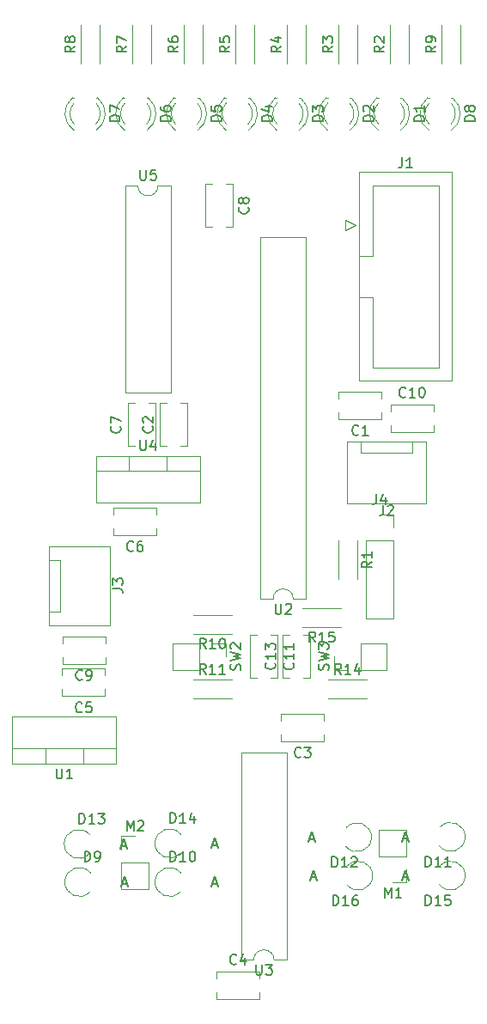
<source format=gbr>
%TF.GenerationSoftware,KiCad,Pcbnew,7.0.1*%
%TF.CreationDate,2023-03-14T16:08:26+01:00*%
%TF.ProjectId,CxCat,43784361-742e-46b6-9963-61645f706362,rev?*%
%TF.SameCoordinates,Original*%
%TF.FileFunction,Legend,Top*%
%TF.FilePolarity,Positive*%
%FSLAX46Y46*%
G04 Gerber Fmt 4.6, Leading zero omitted, Abs format (unit mm)*
G04 Created by KiCad (PCBNEW 7.0.1) date 2023-03-14 16:08:26*
%MOMM*%
%LPD*%
G01*
G04 APERTURE LIST*
%ADD10C,0.150000*%
%ADD11C,0.120000*%
G04 APERTURE END LIST*
D10*
%TO.C,C1*%
X56963333Y-81607380D02*
X56915714Y-81655000D01*
X56915714Y-81655000D02*
X56772857Y-81702619D01*
X56772857Y-81702619D02*
X56677619Y-81702619D01*
X56677619Y-81702619D02*
X56534762Y-81655000D01*
X56534762Y-81655000D02*
X56439524Y-81559761D01*
X56439524Y-81559761D02*
X56391905Y-81464523D01*
X56391905Y-81464523D02*
X56344286Y-81274047D01*
X56344286Y-81274047D02*
X56344286Y-81131190D01*
X56344286Y-81131190D02*
X56391905Y-80940714D01*
X56391905Y-80940714D02*
X56439524Y-80845476D01*
X56439524Y-80845476D02*
X56534762Y-80750238D01*
X56534762Y-80750238D02*
X56677619Y-80702619D01*
X56677619Y-80702619D02*
X56772857Y-80702619D01*
X56772857Y-80702619D02*
X56915714Y-80750238D01*
X56915714Y-80750238D02*
X56963333Y-80797857D01*
X57915714Y-81702619D02*
X57344286Y-81702619D01*
X57630000Y-81702619D02*
X57630000Y-80702619D01*
X57630000Y-80702619D02*
X57534762Y-80845476D01*
X57534762Y-80845476D02*
X57439524Y-80940714D01*
X57439524Y-80940714D02*
X57344286Y-80988333D01*
%TO.C,R11*%
X41902142Y-105222619D02*
X41568809Y-104746428D01*
X41330714Y-105222619D02*
X41330714Y-104222619D01*
X41330714Y-104222619D02*
X41711666Y-104222619D01*
X41711666Y-104222619D02*
X41806904Y-104270238D01*
X41806904Y-104270238D02*
X41854523Y-104317857D01*
X41854523Y-104317857D02*
X41902142Y-104413095D01*
X41902142Y-104413095D02*
X41902142Y-104555952D01*
X41902142Y-104555952D02*
X41854523Y-104651190D01*
X41854523Y-104651190D02*
X41806904Y-104698809D01*
X41806904Y-104698809D02*
X41711666Y-104746428D01*
X41711666Y-104746428D02*
X41330714Y-104746428D01*
X42854523Y-105222619D02*
X42283095Y-105222619D01*
X42568809Y-105222619D02*
X42568809Y-104222619D01*
X42568809Y-104222619D02*
X42473571Y-104365476D01*
X42473571Y-104365476D02*
X42378333Y-104460714D01*
X42378333Y-104460714D02*
X42283095Y-104508333D01*
X43806904Y-105222619D02*
X43235476Y-105222619D01*
X43521190Y-105222619D02*
X43521190Y-104222619D01*
X43521190Y-104222619D02*
X43425952Y-104365476D01*
X43425952Y-104365476D02*
X43330714Y-104460714D01*
X43330714Y-104460714D02*
X43235476Y-104508333D01*
%TO.C,C9*%
X29718333Y-105737380D02*
X29670714Y-105785000D01*
X29670714Y-105785000D02*
X29527857Y-105832619D01*
X29527857Y-105832619D02*
X29432619Y-105832619D01*
X29432619Y-105832619D02*
X29289762Y-105785000D01*
X29289762Y-105785000D02*
X29194524Y-105689761D01*
X29194524Y-105689761D02*
X29146905Y-105594523D01*
X29146905Y-105594523D02*
X29099286Y-105404047D01*
X29099286Y-105404047D02*
X29099286Y-105261190D01*
X29099286Y-105261190D02*
X29146905Y-105070714D01*
X29146905Y-105070714D02*
X29194524Y-104975476D01*
X29194524Y-104975476D02*
X29289762Y-104880238D01*
X29289762Y-104880238D02*
X29432619Y-104832619D01*
X29432619Y-104832619D02*
X29527857Y-104832619D01*
X29527857Y-104832619D02*
X29670714Y-104880238D01*
X29670714Y-104880238D02*
X29718333Y-104927857D01*
X30194524Y-105832619D02*
X30385000Y-105832619D01*
X30385000Y-105832619D02*
X30480238Y-105785000D01*
X30480238Y-105785000D02*
X30527857Y-105737380D01*
X30527857Y-105737380D02*
X30623095Y-105594523D01*
X30623095Y-105594523D02*
X30670714Y-105404047D01*
X30670714Y-105404047D02*
X30670714Y-105023095D01*
X30670714Y-105023095D02*
X30623095Y-104927857D01*
X30623095Y-104927857D02*
X30575476Y-104880238D01*
X30575476Y-104880238D02*
X30480238Y-104832619D01*
X30480238Y-104832619D02*
X30289762Y-104832619D01*
X30289762Y-104832619D02*
X30194524Y-104880238D01*
X30194524Y-104880238D02*
X30146905Y-104927857D01*
X30146905Y-104927857D02*
X30099286Y-105023095D01*
X30099286Y-105023095D02*
X30099286Y-105261190D01*
X30099286Y-105261190D02*
X30146905Y-105356428D01*
X30146905Y-105356428D02*
X30194524Y-105404047D01*
X30194524Y-105404047D02*
X30289762Y-105451666D01*
X30289762Y-105451666D02*
X30480238Y-105451666D01*
X30480238Y-105451666D02*
X30575476Y-105404047D01*
X30575476Y-105404047D02*
X30623095Y-105356428D01*
X30623095Y-105356428D02*
X30670714Y-105261190D01*
%TO.C,M1*%
X59515476Y-127252619D02*
X59515476Y-126252619D01*
X59515476Y-126252619D02*
X59848809Y-126966904D01*
X59848809Y-126966904D02*
X60182142Y-126252619D01*
X60182142Y-126252619D02*
X60182142Y-127252619D01*
X61182142Y-127252619D02*
X60610714Y-127252619D01*
X60896428Y-127252619D02*
X60896428Y-126252619D01*
X60896428Y-126252619D02*
X60801190Y-126395476D01*
X60801190Y-126395476D02*
X60705952Y-126490714D01*
X60705952Y-126490714D02*
X60610714Y-126538333D01*
%TO.C,J3*%
X32707619Y-96813333D02*
X33421904Y-96813333D01*
X33421904Y-96813333D02*
X33564761Y-96860952D01*
X33564761Y-96860952D02*
X33660000Y-96956190D01*
X33660000Y-96956190D02*
X33707619Y-97099047D01*
X33707619Y-97099047D02*
X33707619Y-97194285D01*
X32707619Y-96432380D02*
X32707619Y-95813333D01*
X32707619Y-95813333D02*
X33088571Y-96146666D01*
X33088571Y-96146666D02*
X33088571Y-96003809D01*
X33088571Y-96003809D02*
X33136190Y-95908571D01*
X33136190Y-95908571D02*
X33183809Y-95860952D01*
X33183809Y-95860952D02*
X33279047Y-95813333D01*
X33279047Y-95813333D02*
X33517142Y-95813333D01*
X33517142Y-95813333D02*
X33612380Y-95860952D01*
X33612380Y-95860952D02*
X33660000Y-95908571D01*
X33660000Y-95908571D02*
X33707619Y-96003809D01*
X33707619Y-96003809D02*
X33707619Y-96289523D01*
X33707619Y-96289523D02*
X33660000Y-96384761D01*
X33660000Y-96384761D02*
X33612380Y-96432380D01*
%TO.C,J2*%
X59396666Y-88587619D02*
X59396666Y-89301904D01*
X59396666Y-89301904D02*
X59349047Y-89444761D01*
X59349047Y-89444761D02*
X59253809Y-89540000D01*
X59253809Y-89540000D02*
X59110952Y-89587619D01*
X59110952Y-89587619D02*
X59015714Y-89587619D01*
X59825238Y-88682857D02*
X59872857Y-88635238D01*
X59872857Y-88635238D02*
X59968095Y-88587619D01*
X59968095Y-88587619D02*
X60206190Y-88587619D01*
X60206190Y-88587619D02*
X60301428Y-88635238D01*
X60301428Y-88635238D02*
X60349047Y-88682857D01*
X60349047Y-88682857D02*
X60396666Y-88778095D01*
X60396666Y-88778095D02*
X60396666Y-88873333D01*
X60396666Y-88873333D02*
X60349047Y-89016190D01*
X60349047Y-89016190D02*
X59777619Y-89587619D01*
X59777619Y-89587619D02*
X60396666Y-89587619D01*
%TO.C,U3*%
X46863095Y-133872619D02*
X46863095Y-134682142D01*
X46863095Y-134682142D02*
X46910714Y-134777380D01*
X46910714Y-134777380D02*
X46958333Y-134825000D01*
X46958333Y-134825000D02*
X47053571Y-134872619D01*
X47053571Y-134872619D02*
X47244047Y-134872619D01*
X47244047Y-134872619D02*
X47339285Y-134825000D01*
X47339285Y-134825000D02*
X47386904Y-134777380D01*
X47386904Y-134777380D02*
X47434523Y-134682142D01*
X47434523Y-134682142D02*
X47434523Y-133872619D01*
X47815476Y-133872619D02*
X48434523Y-133872619D01*
X48434523Y-133872619D02*
X48101190Y-134253571D01*
X48101190Y-134253571D02*
X48244047Y-134253571D01*
X48244047Y-134253571D02*
X48339285Y-134301190D01*
X48339285Y-134301190D02*
X48386904Y-134348809D01*
X48386904Y-134348809D02*
X48434523Y-134444047D01*
X48434523Y-134444047D02*
X48434523Y-134682142D01*
X48434523Y-134682142D02*
X48386904Y-134777380D01*
X48386904Y-134777380D02*
X48339285Y-134825000D01*
X48339285Y-134825000D02*
X48244047Y-134872619D01*
X48244047Y-134872619D02*
X47958333Y-134872619D01*
X47958333Y-134872619D02*
X47863095Y-134825000D01*
X47863095Y-134825000D02*
X47815476Y-134777380D01*
%TO.C,J4*%
X58721666Y-87497619D02*
X58721666Y-88211904D01*
X58721666Y-88211904D02*
X58674047Y-88354761D01*
X58674047Y-88354761D02*
X58578809Y-88450000D01*
X58578809Y-88450000D02*
X58435952Y-88497619D01*
X58435952Y-88497619D02*
X58340714Y-88497619D01*
X59626428Y-87830952D02*
X59626428Y-88497619D01*
X59388333Y-87450000D02*
X59150238Y-88164285D01*
X59150238Y-88164285D02*
X59769285Y-88164285D01*
%TO.C,R14*%
X55237142Y-105222619D02*
X54903809Y-104746428D01*
X54665714Y-105222619D02*
X54665714Y-104222619D01*
X54665714Y-104222619D02*
X55046666Y-104222619D01*
X55046666Y-104222619D02*
X55141904Y-104270238D01*
X55141904Y-104270238D02*
X55189523Y-104317857D01*
X55189523Y-104317857D02*
X55237142Y-104413095D01*
X55237142Y-104413095D02*
X55237142Y-104555952D01*
X55237142Y-104555952D02*
X55189523Y-104651190D01*
X55189523Y-104651190D02*
X55141904Y-104698809D01*
X55141904Y-104698809D02*
X55046666Y-104746428D01*
X55046666Y-104746428D02*
X54665714Y-104746428D01*
X56189523Y-105222619D02*
X55618095Y-105222619D01*
X55903809Y-105222619D02*
X55903809Y-104222619D01*
X55903809Y-104222619D02*
X55808571Y-104365476D01*
X55808571Y-104365476D02*
X55713333Y-104460714D01*
X55713333Y-104460714D02*
X55618095Y-104508333D01*
X57046666Y-104555952D02*
X57046666Y-105222619D01*
X56808571Y-104175000D02*
X56570476Y-104889285D01*
X56570476Y-104889285D02*
X57189523Y-104889285D01*
%TO.C,J1*%
X61261666Y-54322619D02*
X61261666Y-55036904D01*
X61261666Y-55036904D02*
X61214047Y-55179761D01*
X61214047Y-55179761D02*
X61118809Y-55275000D01*
X61118809Y-55275000D02*
X60975952Y-55322619D01*
X60975952Y-55322619D02*
X60880714Y-55322619D01*
X62261666Y-55322619D02*
X61690238Y-55322619D01*
X61975952Y-55322619D02*
X61975952Y-54322619D01*
X61975952Y-54322619D02*
X61880714Y-54465476D01*
X61880714Y-54465476D02*
X61785476Y-54560714D01*
X61785476Y-54560714D02*
X61690238Y-54608333D01*
%TO.C,U5*%
X35433095Y-55552619D02*
X35433095Y-56362142D01*
X35433095Y-56362142D02*
X35480714Y-56457380D01*
X35480714Y-56457380D02*
X35528333Y-56505000D01*
X35528333Y-56505000D02*
X35623571Y-56552619D01*
X35623571Y-56552619D02*
X35814047Y-56552619D01*
X35814047Y-56552619D02*
X35909285Y-56505000D01*
X35909285Y-56505000D02*
X35956904Y-56457380D01*
X35956904Y-56457380D02*
X36004523Y-56362142D01*
X36004523Y-56362142D02*
X36004523Y-55552619D01*
X36956904Y-55552619D02*
X36480714Y-55552619D01*
X36480714Y-55552619D02*
X36433095Y-56028809D01*
X36433095Y-56028809D02*
X36480714Y-55981190D01*
X36480714Y-55981190D02*
X36575952Y-55933571D01*
X36575952Y-55933571D02*
X36814047Y-55933571D01*
X36814047Y-55933571D02*
X36909285Y-55981190D01*
X36909285Y-55981190D02*
X36956904Y-56028809D01*
X36956904Y-56028809D02*
X37004523Y-56124047D01*
X37004523Y-56124047D02*
X37004523Y-56362142D01*
X37004523Y-56362142D02*
X36956904Y-56457380D01*
X36956904Y-56457380D02*
X36909285Y-56505000D01*
X36909285Y-56505000D02*
X36814047Y-56552619D01*
X36814047Y-56552619D02*
X36575952Y-56552619D01*
X36575952Y-56552619D02*
X36480714Y-56505000D01*
X36480714Y-56505000D02*
X36433095Y-56457380D01*
%TO.C,M2*%
X34115476Y-120682619D02*
X34115476Y-119682619D01*
X34115476Y-119682619D02*
X34448809Y-120396904D01*
X34448809Y-120396904D02*
X34782142Y-119682619D01*
X34782142Y-119682619D02*
X34782142Y-120682619D01*
X35210714Y-119777857D02*
X35258333Y-119730238D01*
X35258333Y-119730238D02*
X35353571Y-119682619D01*
X35353571Y-119682619D02*
X35591666Y-119682619D01*
X35591666Y-119682619D02*
X35686904Y-119730238D01*
X35686904Y-119730238D02*
X35734523Y-119777857D01*
X35734523Y-119777857D02*
X35782142Y-119873095D01*
X35782142Y-119873095D02*
X35782142Y-119968333D01*
X35782142Y-119968333D02*
X35734523Y-120111190D01*
X35734523Y-120111190D02*
X35163095Y-120682619D01*
X35163095Y-120682619D02*
X35782142Y-120682619D01*
%TO.C,D11*%
X63555714Y-124217619D02*
X63555714Y-123217619D01*
X63555714Y-123217619D02*
X63793809Y-123217619D01*
X63793809Y-123217619D02*
X63936666Y-123265238D01*
X63936666Y-123265238D02*
X64031904Y-123360476D01*
X64031904Y-123360476D02*
X64079523Y-123455714D01*
X64079523Y-123455714D02*
X64127142Y-123646190D01*
X64127142Y-123646190D02*
X64127142Y-123789047D01*
X64127142Y-123789047D02*
X64079523Y-123979523D01*
X64079523Y-123979523D02*
X64031904Y-124074761D01*
X64031904Y-124074761D02*
X63936666Y-124170000D01*
X63936666Y-124170000D02*
X63793809Y-124217619D01*
X63793809Y-124217619D02*
X63555714Y-124217619D01*
X65079523Y-124217619D02*
X64508095Y-124217619D01*
X64793809Y-124217619D02*
X64793809Y-123217619D01*
X64793809Y-123217619D02*
X64698571Y-123360476D01*
X64698571Y-123360476D02*
X64603333Y-123455714D01*
X64603333Y-123455714D02*
X64508095Y-123503333D01*
X66031904Y-124217619D02*
X65460476Y-124217619D01*
X65746190Y-124217619D02*
X65746190Y-123217619D01*
X65746190Y-123217619D02*
X65650952Y-123360476D01*
X65650952Y-123360476D02*
X65555714Y-123455714D01*
X65555714Y-123455714D02*
X65460476Y-123503333D01*
X61361905Y-121461904D02*
X61838095Y-121461904D01*
X61266667Y-121747619D02*
X61600000Y-120747619D01*
X61600000Y-120747619D02*
X61933333Y-121747619D01*
%TO.C,C6*%
X34758333Y-93037380D02*
X34710714Y-93085000D01*
X34710714Y-93085000D02*
X34567857Y-93132619D01*
X34567857Y-93132619D02*
X34472619Y-93132619D01*
X34472619Y-93132619D02*
X34329762Y-93085000D01*
X34329762Y-93085000D02*
X34234524Y-92989761D01*
X34234524Y-92989761D02*
X34186905Y-92894523D01*
X34186905Y-92894523D02*
X34139286Y-92704047D01*
X34139286Y-92704047D02*
X34139286Y-92561190D01*
X34139286Y-92561190D02*
X34186905Y-92370714D01*
X34186905Y-92370714D02*
X34234524Y-92275476D01*
X34234524Y-92275476D02*
X34329762Y-92180238D01*
X34329762Y-92180238D02*
X34472619Y-92132619D01*
X34472619Y-92132619D02*
X34567857Y-92132619D01*
X34567857Y-92132619D02*
X34710714Y-92180238D01*
X34710714Y-92180238D02*
X34758333Y-92227857D01*
X35615476Y-92132619D02*
X35425000Y-92132619D01*
X35425000Y-92132619D02*
X35329762Y-92180238D01*
X35329762Y-92180238D02*
X35282143Y-92227857D01*
X35282143Y-92227857D02*
X35186905Y-92370714D01*
X35186905Y-92370714D02*
X35139286Y-92561190D01*
X35139286Y-92561190D02*
X35139286Y-92942142D01*
X35139286Y-92942142D02*
X35186905Y-93037380D01*
X35186905Y-93037380D02*
X35234524Y-93085000D01*
X35234524Y-93085000D02*
X35329762Y-93132619D01*
X35329762Y-93132619D02*
X35520238Y-93132619D01*
X35520238Y-93132619D02*
X35615476Y-93085000D01*
X35615476Y-93085000D02*
X35663095Y-93037380D01*
X35663095Y-93037380D02*
X35710714Y-92942142D01*
X35710714Y-92942142D02*
X35710714Y-92704047D01*
X35710714Y-92704047D02*
X35663095Y-92608809D01*
X35663095Y-92608809D02*
X35615476Y-92561190D01*
X35615476Y-92561190D02*
X35520238Y-92513571D01*
X35520238Y-92513571D02*
X35329762Y-92513571D01*
X35329762Y-92513571D02*
X35234524Y-92561190D01*
X35234524Y-92561190D02*
X35186905Y-92608809D01*
X35186905Y-92608809D02*
X35139286Y-92704047D01*
%TO.C,D10*%
X38380714Y-123722619D02*
X38380714Y-122722619D01*
X38380714Y-122722619D02*
X38618809Y-122722619D01*
X38618809Y-122722619D02*
X38761666Y-122770238D01*
X38761666Y-122770238D02*
X38856904Y-122865476D01*
X38856904Y-122865476D02*
X38904523Y-122960714D01*
X38904523Y-122960714D02*
X38952142Y-123151190D01*
X38952142Y-123151190D02*
X38952142Y-123294047D01*
X38952142Y-123294047D02*
X38904523Y-123484523D01*
X38904523Y-123484523D02*
X38856904Y-123579761D01*
X38856904Y-123579761D02*
X38761666Y-123675000D01*
X38761666Y-123675000D02*
X38618809Y-123722619D01*
X38618809Y-123722619D02*
X38380714Y-123722619D01*
X39904523Y-123722619D02*
X39333095Y-123722619D01*
X39618809Y-123722619D02*
X39618809Y-122722619D01*
X39618809Y-122722619D02*
X39523571Y-122865476D01*
X39523571Y-122865476D02*
X39428333Y-122960714D01*
X39428333Y-122960714D02*
X39333095Y-123008333D01*
X40523571Y-122722619D02*
X40618809Y-122722619D01*
X40618809Y-122722619D02*
X40714047Y-122770238D01*
X40714047Y-122770238D02*
X40761666Y-122817857D01*
X40761666Y-122817857D02*
X40809285Y-122913095D01*
X40809285Y-122913095D02*
X40856904Y-123103571D01*
X40856904Y-123103571D02*
X40856904Y-123341666D01*
X40856904Y-123341666D02*
X40809285Y-123532142D01*
X40809285Y-123532142D02*
X40761666Y-123627380D01*
X40761666Y-123627380D02*
X40714047Y-123675000D01*
X40714047Y-123675000D02*
X40618809Y-123722619D01*
X40618809Y-123722619D02*
X40523571Y-123722619D01*
X40523571Y-123722619D02*
X40428333Y-123675000D01*
X40428333Y-123675000D02*
X40380714Y-123627380D01*
X40380714Y-123627380D02*
X40333095Y-123532142D01*
X40333095Y-123532142D02*
X40285476Y-123341666D01*
X40285476Y-123341666D02*
X40285476Y-123103571D01*
X40285476Y-123103571D02*
X40333095Y-122913095D01*
X40333095Y-122913095D02*
X40380714Y-122817857D01*
X40380714Y-122817857D02*
X40428333Y-122770238D01*
X40428333Y-122770238D02*
X40523571Y-122722619D01*
X42526905Y-125906904D02*
X43003095Y-125906904D01*
X42431667Y-126192619D02*
X42765000Y-125192619D01*
X42765000Y-125192619D02*
X43098333Y-126192619D01*
%TO.C,D7*%
X33422619Y-50733094D02*
X32422619Y-50733094D01*
X32422619Y-50733094D02*
X32422619Y-50494999D01*
X32422619Y-50494999D02*
X32470238Y-50352142D01*
X32470238Y-50352142D02*
X32565476Y-50256904D01*
X32565476Y-50256904D02*
X32660714Y-50209285D01*
X32660714Y-50209285D02*
X32851190Y-50161666D01*
X32851190Y-50161666D02*
X32994047Y-50161666D01*
X32994047Y-50161666D02*
X33184523Y-50209285D01*
X33184523Y-50209285D02*
X33279761Y-50256904D01*
X33279761Y-50256904D02*
X33375000Y-50352142D01*
X33375000Y-50352142D02*
X33422619Y-50494999D01*
X33422619Y-50494999D02*
X33422619Y-50733094D01*
X32422619Y-49828332D02*
X32422619Y-49161666D01*
X32422619Y-49161666D02*
X33422619Y-49590237D01*
%TO.C,D2*%
X58422619Y-50733094D02*
X57422619Y-50733094D01*
X57422619Y-50733094D02*
X57422619Y-50494999D01*
X57422619Y-50494999D02*
X57470238Y-50352142D01*
X57470238Y-50352142D02*
X57565476Y-50256904D01*
X57565476Y-50256904D02*
X57660714Y-50209285D01*
X57660714Y-50209285D02*
X57851190Y-50161666D01*
X57851190Y-50161666D02*
X57994047Y-50161666D01*
X57994047Y-50161666D02*
X58184523Y-50209285D01*
X58184523Y-50209285D02*
X58279761Y-50256904D01*
X58279761Y-50256904D02*
X58375000Y-50352142D01*
X58375000Y-50352142D02*
X58422619Y-50494999D01*
X58422619Y-50494999D02*
X58422619Y-50733094D01*
X57517857Y-49780713D02*
X57470238Y-49733094D01*
X57470238Y-49733094D02*
X57422619Y-49637856D01*
X57422619Y-49637856D02*
X57422619Y-49399761D01*
X57422619Y-49399761D02*
X57470238Y-49304523D01*
X57470238Y-49304523D02*
X57517857Y-49256904D01*
X57517857Y-49256904D02*
X57613095Y-49209285D01*
X57613095Y-49209285D02*
X57708333Y-49209285D01*
X57708333Y-49209285D02*
X57851190Y-49256904D01*
X57851190Y-49256904D02*
X58422619Y-49828332D01*
X58422619Y-49828332D02*
X58422619Y-49209285D01*
%TO.C,C3*%
X51288333Y-113357380D02*
X51240714Y-113405000D01*
X51240714Y-113405000D02*
X51097857Y-113452619D01*
X51097857Y-113452619D02*
X51002619Y-113452619D01*
X51002619Y-113452619D02*
X50859762Y-113405000D01*
X50859762Y-113405000D02*
X50764524Y-113309761D01*
X50764524Y-113309761D02*
X50716905Y-113214523D01*
X50716905Y-113214523D02*
X50669286Y-113024047D01*
X50669286Y-113024047D02*
X50669286Y-112881190D01*
X50669286Y-112881190D02*
X50716905Y-112690714D01*
X50716905Y-112690714D02*
X50764524Y-112595476D01*
X50764524Y-112595476D02*
X50859762Y-112500238D01*
X50859762Y-112500238D02*
X51002619Y-112452619D01*
X51002619Y-112452619D02*
X51097857Y-112452619D01*
X51097857Y-112452619D02*
X51240714Y-112500238D01*
X51240714Y-112500238D02*
X51288333Y-112547857D01*
X51621667Y-112452619D02*
X52240714Y-112452619D01*
X52240714Y-112452619D02*
X51907381Y-112833571D01*
X51907381Y-112833571D02*
X52050238Y-112833571D01*
X52050238Y-112833571D02*
X52145476Y-112881190D01*
X52145476Y-112881190D02*
X52193095Y-112928809D01*
X52193095Y-112928809D02*
X52240714Y-113024047D01*
X52240714Y-113024047D02*
X52240714Y-113262142D01*
X52240714Y-113262142D02*
X52193095Y-113357380D01*
X52193095Y-113357380D02*
X52145476Y-113405000D01*
X52145476Y-113405000D02*
X52050238Y-113452619D01*
X52050238Y-113452619D02*
X51764524Y-113452619D01*
X51764524Y-113452619D02*
X51669286Y-113405000D01*
X51669286Y-113405000D02*
X51621667Y-113357380D01*
%TO.C,R9*%
X64582619Y-43346666D02*
X64106428Y-43679999D01*
X64582619Y-43918094D02*
X63582619Y-43918094D01*
X63582619Y-43918094D02*
X63582619Y-43537142D01*
X63582619Y-43537142D02*
X63630238Y-43441904D01*
X63630238Y-43441904D02*
X63677857Y-43394285D01*
X63677857Y-43394285D02*
X63773095Y-43346666D01*
X63773095Y-43346666D02*
X63915952Y-43346666D01*
X63915952Y-43346666D02*
X64011190Y-43394285D01*
X64011190Y-43394285D02*
X64058809Y-43441904D01*
X64058809Y-43441904D02*
X64106428Y-43537142D01*
X64106428Y-43537142D02*
X64106428Y-43918094D01*
X64582619Y-42870475D02*
X64582619Y-42679999D01*
X64582619Y-42679999D02*
X64535000Y-42584761D01*
X64535000Y-42584761D02*
X64487380Y-42537142D01*
X64487380Y-42537142D02*
X64344523Y-42441904D01*
X64344523Y-42441904D02*
X64154047Y-42394285D01*
X64154047Y-42394285D02*
X63773095Y-42394285D01*
X63773095Y-42394285D02*
X63677857Y-42441904D01*
X63677857Y-42441904D02*
X63630238Y-42489523D01*
X63630238Y-42489523D02*
X63582619Y-42584761D01*
X63582619Y-42584761D02*
X63582619Y-42775237D01*
X63582619Y-42775237D02*
X63630238Y-42870475D01*
X63630238Y-42870475D02*
X63677857Y-42918094D01*
X63677857Y-42918094D02*
X63773095Y-42965713D01*
X63773095Y-42965713D02*
X64011190Y-42965713D01*
X64011190Y-42965713D02*
X64106428Y-42918094D01*
X64106428Y-42918094D02*
X64154047Y-42870475D01*
X64154047Y-42870475D02*
X64201666Y-42775237D01*
X64201666Y-42775237D02*
X64201666Y-42584761D01*
X64201666Y-42584761D02*
X64154047Y-42489523D01*
X64154047Y-42489523D02*
X64106428Y-42441904D01*
X64106428Y-42441904D02*
X64011190Y-42394285D01*
%TO.C,R8*%
X29022619Y-43346666D02*
X28546428Y-43679999D01*
X29022619Y-43918094D02*
X28022619Y-43918094D01*
X28022619Y-43918094D02*
X28022619Y-43537142D01*
X28022619Y-43537142D02*
X28070238Y-43441904D01*
X28070238Y-43441904D02*
X28117857Y-43394285D01*
X28117857Y-43394285D02*
X28213095Y-43346666D01*
X28213095Y-43346666D02*
X28355952Y-43346666D01*
X28355952Y-43346666D02*
X28451190Y-43394285D01*
X28451190Y-43394285D02*
X28498809Y-43441904D01*
X28498809Y-43441904D02*
X28546428Y-43537142D01*
X28546428Y-43537142D02*
X28546428Y-43918094D01*
X28451190Y-42775237D02*
X28403571Y-42870475D01*
X28403571Y-42870475D02*
X28355952Y-42918094D01*
X28355952Y-42918094D02*
X28260714Y-42965713D01*
X28260714Y-42965713D02*
X28213095Y-42965713D01*
X28213095Y-42965713D02*
X28117857Y-42918094D01*
X28117857Y-42918094D02*
X28070238Y-42870475D01*
X28070238Y-42870475D02*
X28022619Y-42775237D01*
X28022619Y-42775237D02*
X28022619Y-42584761D01*
X28022619Y-42584761D02*
X28070238Y-42489523D01*
X28070238Y-42489523D02*
X28117857Y-42441904D01*
X28117857Y-42441904D02*
X28213095Y-42394285D01*
X28213095Y-42394285D02*
X28260714Y-42394285D01*
X28260714Y-42394285D02*
X28355952Y-42441904D01*
X28355952Y-42441904D02*
X28403571Y-42489523D01*
X28403571Y-42489523D02*
X28451190Y-42584761D01*
X28451190Y-42584761D02*
X28451190Y-42775237D01*
X28451190Y-42775237D02*
X28498809Y-42870475D01*
X28498809Y-42870475D02*
X28546428Y-42918094D01*
X28546428Y-42918094D02*
X28641666Y-42965713D01*
X28641666Y-42965713D02*
X28832142Y-42965713D01*
X28832142Y-42965713D02*
X28927380Y-42918094D01*
X28927380Y-42918094D02*
X28975000Y-42870475D01*
X28975000Y-42870475D02*
X29022619Y-42775237D01*
X29022619Y-42775237D02*
X29022619Y-42584761D01*
X29022619Y-42584761D02*
X28975000Y-42489523D01*
X28975000Y-42489523D02*
X28927380Y-42441904D01*
X28927380Y-42441904D02*
X28832142Y-42394285D01*
X28832142Y-42394285D02*
X28641666Y-42394285D01*
X28641666Y-42394285D02*
X28546428Y-42441904D01*
X28546428Y-42441904D02*
X28498809Y-42489523D01*
X28498809Y-42489523D02*
X28451190Y-42584761D01*
%TO.C,R5*%
X44262619Y-43346666D02*
X43786428Y-43679999D01*
X44262619Y-43918094D02*
X43262619Y-43918094D01*
X43262619Y-43918094D02*
X43262619Y-43537142D01*
X43262619Y-43537142D02*
X43310238Y-43441904D01*
X43310238Y-43441904D02*
X43357857Y-43394285D01*
X43357857Y-43394285D02*
X43453095Y-43346666D01*
X43453095Y-43346666D02*
X43595952Y-43346666D01*
X43595952Y-43346666D02*
X43691190Y-43394285D01*
X43691190Y-43394285D02*
X43738809Y-43441904D01*
X43738809Y-43441904D02*
X43786428Y-43537142D01*
X43786428Y-43537142D02*
X43786428Y-43918094D01*
X43262619Y-42441904D02*
X43262619Y-42918094D01*
X43262619Y-42918094D02*
X43738809Y-42965713D01*
X43738809Y-42965713D02*
X43691190Y-42918094D01*
X43691190Y-42918094D02*
X43643571Y-42822856D01*
X43643571Y-42822856D02*
X43643571Y-42584761D01*
X43643571Y-42584761D02*
X43691190Y-42489523D01*
X43691190Y-42489523D02*
X43738809Y-42441904D01*
X43738809Y-42441904D02*
X43834047Y-42394285D01*
X43834047Y-42394285D02*
X44072142Y-42394285D01*
X44072142Y-42394285D02*
X44167380Y-42441904D01*
X44167380Y-42441904D02*
X44215000Y-42489523D01*
X44215000Y-42489523D02*
X44262619Y-42584761D01*
X44262619Y-42584761D02*
X44262619Y-42822856D01*
X44262619Y-42822856D02*
X44215000Y-42918094D01*
X44215000Y-42918094D02*
X44167380Y-42965713D01*
%TO.C,D5*%
X43422619Y-50733094D02*
X42422619Y-50733094D01*
X42422619Y-50733094D02*
X42422619Y-50494999D01*
X42422619Y-50494999D02*
X42470238Y-50352142D01*
X42470238Y-50352142D02*
X42565476Y-50256904D01*
X42565476Y-50256904D02*
X42660714Y-50209285D01*
X42660714Y-50209285D02*
X42851190Y-50161666D01*
X42851190Y-50161666D02*
X42994047Y-50161666D01*
X42994047Y-50161666D02*
X43184523Y-50209285D01*
X43184523Y-50209285D02*
X43279761Y-50256904D01*
X43279761Y-50256904D02*
X43375000Y-50352142D01*
X43375000Y-50352142D02*
X43422619Y-50494999D01*
X43422619Y-50494999D02*
X43422619Y-50733094D01*
X42422619Y-49256904D02*
X42422619Y-49733094D01*
X42422619Y-49733094D02*
X42898809Y-49780713D01*
X42898809Y-49780713D02*
X42851190Y-49733094D01*
X42851190Y-49733094D02*
X42803571Y-49637856D01*
X42803571Y-49637856D02*
X42803571Y-49399761D01*
X42803571Y-49399761D02*
X42851190Y-49304523D01*
X42851190Y-49304523D02*
X42898809Y-49256904D01*
X42898809Y-49256904D02*
X42994047Y-49209285D01*
X42994047Y-49209285D02*
X43232142Y-49209285D01*
X43232142Y-49209285D02*
X43327380Y-49256904D01*
X43327380Y-49256904D02*
X43375000Y-49304523D01*
X43375000Y-49304523D02*
X43422619Y-49399761D01*
X43422619Y-49399761D02*
X43422619Y-49637856D01*
X43422619Y-49637856D02*
X43375000Y-49733094D01*
X43375000Y-49733094D02*
X43327380Y-49780713D01*
%TO.C,C5*%
X29698333Y-108912380D02*
X29650714Y-108960000D01*
X29650714Y-108960000D02*
X29507857Y-109007619D01*
X29507857Y-109007619D02*
X29412619Y-109007619D01*
X29412619Y-109007619D02*
X29269762Y-108960000D01*
X29269762Y-108960000D02*
X29174524Y-108864761D01*
X29174524Y-108864761D02*
X29126905Y-108769523D01*
X29126905Y-108769523D02*
X29079286Y-108579047D01*
X29079286Y-108579047D02*
X29079286Y-108436190D01*
X29079286Y-108436190D02*
X29126905Y-108245714D01*
X29126905Y-108245714D02*
X29174524Y-108150476D01*
X29174524Y-108150476D02*
X29269762Y-108055238D01*
X29269762Y-108055238D02*
X29412619Y-108007619D01*
X29412619Y-108007619D02*
X29507857Y-108007619D01*
X29507857Y-108007619D02*
X29650714Y-108055238D01*
X29650714Y-108055238D02*
X29698333Y-108102857D01*
X30603095Y-108007619D02*
X30126905Y-108007619D01*
X30126905Y-108007619D02*
X30079286Y-108483809D01*
X30079286Y-108483809D02*
X30126905Y-108436190D01*
X30126905Y-108436190D02*
X30222143Y-108388571D01*
X30222143Y-108388571D02*
X30460238Y-108388571D01*
X30460238Y-108388571D02*
X30555476Y-108436190D01*
X30555476Y-108436190D02*
X30603095Y-108483809D01*
X30603095Y-108483809D02*
X30650714Y-108579047D01*
X30650714Y-108579047D02*
X30650714Y-108817142D01*
X30650714Y-108817142D02*
X30603095Y-108912380D01*
X30603095Y-108912380D02*
X30555476Y-108960000D01*
X30555476Y-108960000D02*
X30460238Y-109007619D01*
X30460238Y-109007619D02*
X30222143Y-109007619D01*
X30222143Y-109007619D02*
X30126905Y-108960000D01*
X30126905Y-108960000D02*
X30079286Y-108912380D01*
%TO.C,R10*%
X41902142Y-102712619D02*
X41568809Y-102236428D01*
X41330714Y-102712619D02*
X41330714Y-101712619D01*
X41330714Y-101712619D02*
X41711666Y-101712619D01*
X41711666Y-101712619D02*
X41806904Y-101760238D01*
X41806904Y-101760238D02*
X41854523Y-101807857D01*
X41854523Y-101807857D02*
X41902142Y-101903095D01*
X41902142Y-101903095D02*
X41902142Y-102045952D01*
X41902142Y-102045952D02*
X41854523Y-102141190D01*
X41854523Y-102141190D02*
X41806904Y-102188809D01*
X41806904Y-102188809D02*
X41711666Y-102236428D01*
X41711666Y-102236428D02*
X41330714Y-102236428D01*
X42854523Y-102712619D02*
X42283095Y-102712619D01*
X42568809Y-102712619D02*
X42568809Y-101712619D01*
X42568809Y-101712619D02*
X42473571Y-101855476D01*
X42473571Y-101855476D02*
X42378333Y-101950714D01*
X42378333Y-101950714D02*
X42283095Y-101998333D01*
X43473571Y-101712619D02*
X43568809Y-101712619D01*
X43568809Y-101712619D02*
X43664047Y-101760238D01*
X43664047Y-101760238D02*
X43711666Y-101807857D01*
X43711666Y-101807857D02*
X43759285Y-101903095D01*
X43759285Y-101903095D02*
X43806904Y-102093571D01*
X43806904Y-102093571D02*
X43806904Y-102331666D01*
X43806904Y-102331666D02*
X43759285Y-102522142D01*
X43759285Y-102522142D02*
X43711666Y-102617380D01*
X43711666Y-102617380D02*
X43664047Y-102665000D01*
X43664047Y-102665000D02*
X43568809Y-102712619D01*
X43568809Y-102712619D02*
X43473571Y-102712619D01*
X43473571Y-102712619D02*
X43378333Y-102665000D01*
X43378333Y-102665000D02*
X43330714Y-102617380D01*
X43330714Y-102617380D02*
X43283095Y-102522142D01*
X43283095Y-102522142D02*
X43235476Y-102331666D01*
X43235476Y-102331666D02*
X43235476Y-102093571D01*
X43235476Y-102093571D02*
X43283095Y-101903095D01*
X43283095Y-101903095D02*
X43330714Y-101807857D01*
X43330714Y-101807857D02*
X43378333Y-101760238D01*
X43378333Y-101760238D02*
X43473571Y-101712619D01*
%TO.C,U2*%
X48768095Y-98312619D02*
X48768095Y-99122142D01*
X48768095Y-99122142D02*
X48815714Y-99217380D01*
X48815714Y-99217380D02*
X48863333Y-99265000D01*
X48863333Y-99265000D02*
X48958571Y-99312619D01*
X48958571Y-99312619D02*
X49149047Y-99312619D01*
X49149047Y-99312619D02*
X49244285Y-99265000D01*
X49244285Y-99265000D02*
X49291904Y-99217380D01*
X49291904Y-99217380D02*
X49339523Y-99122142D01*
X49339523Y-99122142D02*
X49339523Y-98312619D01*
X49768095Y-98407857D02*
X49815714Y-98360238D01*
X49815714Y-98360238D02*
X49910952Y-98312619D01*
X49910952Y-98312619D02*
X50149047Y-98312619D01*
X50149047Y-98312619D02*
X50244285Y-98360238D01*
X50244285Y-98360238D02*
X50291904Y-98407857D01*
X50291904Y-98407857D02*
X50339523Y-98503095D01*
X50339523Y-98503095D02*
X50339523Y-98598333D01*
X50339523Y-98598333D02*
X50291904Y-98741190D01*
X50291904Y-98741190D02*
X49720476Y-99312619D01*
X49720476Y-99312619D02*
X50339523Y-99312619D01*
%TO.C,D6*%
X38422619Y-50733094D02*
X37422619Y-50733094D01*
X37422619Y-50733094D02*
X37422619Y-50494999D01*
X37422619Y-50494999D02*
X37470238Y-50352142D01*
X37470238Y-50352142D02*
X37565476Y-50256904D01*
X37565476Y-50256904D02*
X37660714Y-50209285D01*
X37660714Y-50209285D02*
X37851190Y-50161666D01*
X37851190Y-50161666D02*
X37994047Y-50161666D01*
X37994047Y-50161666D02*
X38184523Y-50209285D01*
X38184523Y-50209285D02*
X38279761Y-50256904D01*
X38279761Y-50256904D02*
X38375000Y-50352142D01*
X38375000Y-50352142D02*
X38422619Y-50494999D01*
X38422619Y-50494999D02*
X38422619Y-50733094D01*
X37422619Y-49304523D02*
X37422619Y-49494999D01*
X37422619Y-49494999D02*
X37470238Y-49590237D01*
X37470238Y-49590237D02*
X37517857Y-49637856D01*
X37517857Y-49637856D02*
X37660714Y-49733094D01*
X37660714Y-49733094D02*
X37851190Y-49780713D01*
X37851190Y-49780713D02*
X38232142Y-49780713D01*
X38232142Y-49780713D02*
X38327380Y-49733094D01*
X38327380Y-49733094D02*
X38375000Y-49685475D01*
X38375000Y-49685475D02*
X38422619Y-49590237D01*
X38422619Y-49590237D02*
X38422619Y-49399761D01*
X38422619Y-49399761D02*
X38375000Y-49304523D01*
X38375000Y-49304523D02*
X38327380Y-49256904D01*
X38327380Y-49256904D02*
X38232142Y-49209285D01*
X38232142Y-49209285D02*
X37994047Y-49209285D01*
X37994047Y-49209285D02*
X37898809Y-49256904D01*
X37898809Y-49256904D02*
X37851190Y-49304523D01*
X37851190Y-49304523D02*
X37803571Y-49399761D01*
X37803571Y-49399761D02*
X37803571Y-49590237D01*
X37803571Y-49590237D02*
X37851190Y-49685475D01*
X37851190Y-49685475D02*
X37898809Y-49733094D01*
X37898809Y-49733094D02*
X37994047Y-49780713D01*
%TO.C,D9*%
X29966905Y-123722619D02*
X29966905Y-122722619D01*
X29966905Y-122722619D02*
X30205000Y-122722619D01*
X30205000Y-122722619D02*
X30347857Y-122770238D01*
X30347857Y-122770238D02*
X30443095Y-122865476D01*
X30443095Y-122865476D02*
X30490714Y-122960714D01*
X30490714Y-122960714D02*
X30538333Y-123151190D01*
X30538333Y-123151190D02*
X30538333Y-123294047D01*
X30538333Y-123294047D02*
X30490714Y-123484523D01*
X30490714Y-123484523D02*
X30443095Y-123579761D01*
X30443095Y-123579761D02*
X30347857Y-123675000D01*
X30347857Y-123675000D02*
X30205000Y-123722619D01*
X30205000Y-123722619D02*
X29966905Y-123722619D01*
X31014524Y-123722619D02*
X31205000Y-123722619D01*
X31205000Y-123722619D02*
X31300238Y-123675000D01*
X31300238Y-123675000D02*
X31347857Y-123627380D01*
X31347857Y-123627380D02*
X31443095Y-123484523D01*
X31443095Y-123484523D02*
X31490714Y-123294047D01*
X31490714Y-123294047D02*
X31490714Y-122913095D01*
X31490714Y-122913095D02*
X31443095Y-122817857D01*
X31443095Y-122817857D02*
X31395476Y-122770238D01*
X31395476Y-122770238D02*
X31300238Y-122722619D01*
X31300238Y-122722619D02*
X31109762Y-122722619D01*
X31109762Y-122722619D02*
X31014524Y-122770238D01*
X31014524Y-122770238D02*
X30966905Y-122817857D01*
X30966905Y-122817857D02*
X30919286Y-122913095D01*
X30919286Y-122913095D02*
X30919286Y-123151190D01*
X30919286Y-123151190D02*
X30966905Y-123246428D01*
X30966905Y-123246428D02*
X31014524Y-123294047D01*
X31014524Y-123294047D02*
X31109762Y-123341666D01*
X31109762Y-123341666D02*
X31300238Y-123341666D01*
X31300238Y-123341666D02*
X31395476Y-123294047D01*
X31395476Y-123294047D02*
X31443095Y-123246428D01*
X31443095Y-123246428D02*
X31490714Y-123151190D01*
X33636905Y-125906904D02*
X34113095Y-125906904D01*
X33541667Y-126192619D02*
X33875000Y-125192619D01*
X33875000Y-125192619D02*
X34208333Y-126192619D01*
%TO.C,R2*%
X59502619Y-43346666D02*
X59026428Y-43679999D01*
X59502619Y-43918094D02*
X58502619Y-43918094D01*
X58502619Y-43918094D02*
X58502619Y-43537142D01*
X58502619Y-43537142D02*
X58550238Y-43441904D01*
X58550238Y-43441904D02*
X58597857Y-43394285D01*
X58597857Y-43394285D02*
X58693095Y-43346666D01*
X58693095Y-43346666D02*
X58835952Y-43346666D01*
X58835952Y-43346666D02*
X58931190Y-43394285D01*
X58931190Y-43394285D02*
X58978809Y-43441904D01*
X58978809Y-43441904D02*
X59026428Y-43537142D01*
X59026428Y-43537142D02*
X59026428Y-43918094D01*
X58597857Y-42965713D02*
X58550238Y-42918094D01*
X58550238Y-42918094D02*
X58502619Y-42822856D01*
X58502619Y-42822856D02*
X58502619Y-42584761D01*
X58502619Y-42584761D02*
X58550238Y-42489523D01*
X58550238Y-42489523D02*
X58597857Y-42441904D01*
X58597857Y-42441904D02*
X58693095Y-42394285D01*
X58693095Y-42394285D02*
X58788333Y-42394285D01*
X58788333Y-42394285D02*
X58931190Y-42441904D01*
X58931190Y-42441904D02*
X59502619Y-43013332D01*
X59502619Y-43013332D02*
X59502619Y-42394285D01*
%TO.C,D14*%
X38380714Y-119912619D02*
X38380714Y-118912619D01*
X38380714Y-118912619D02*
X38618809Y-118912619D01*
X38618809Y-118912619D02*
X38761666Y-118960238D01*
X38761666Y-118960238D02*
X38856904Y-119055476D01*
X38856904Y-119055476D02*
X38904523Y-119150714D01*
X38904523Y-119150714D02*
X38952142Y-119341190D01*
X38952142Y-119341190D02*
X38952142Y-119484047D01*
X38952142Y-119484047D02*
X38904523Y-119674523D01*
X38904523Y-119674523D02*
X38856904Y-119769761D01*
X38856904Y-119769761D02*
X38761666Y-119865000D01*
X38761666Y-119865000D02*
X38618809Y-119912619D01*
X38618809Y-119912619D02*
X38380714Y-119912619D01*
X39904523Y-119912619D02*
X39333095Y-119912619D01*
X39618809Y-119912619D02*
X39618809Y-118912619D01*
X39618809Y-118912619D02*
X39523571Y-119055476D01*
X39523571Y-119055476D02*
X39428333Y-119150714D01*
X39428333Y-119150714D02*
X39333095Y-119198333D01*
X40761666Y-119245952D02*
X40761666Y-119912619D01*
X40523571Y-118865000D02*
X40285476Y-119579285D01*
X40285476Y-119579285D02*
X40904523Y-119579285D01*
X42526905Y-122096904D02*
X43003095Y-122096904D01*
X42431667Y-122382619D02*
X42765000Y-121382619D01*
X42765000Y-121382619D02*
X43098333Y-122382619D01*
%TO.C,D13*%
X29426923Y-119972715D02*
X29426923Y-118972715D01*
X29426923Y-118972715D02*
X29665018Y-118972715D01*
X29665018Y-118972715D02*
X29807875Y-119020334D01*
X29807875Y-119020334D02*
X29903113Y-119115572D01*
X29903113Y-119115572D02*
X29950732Y-119210810D01*
X29950732Y-119210810D02*
X29998351Y-119401286D01*
X29998351Y-119401286D02*
X29998351Y-119544143D01*
X29998351Y-119544143D02*
X29950732Y-119734619D01*
X29950732Y-119734619D02*
X29903113Y-119829857D01*
X29903113Y-119829857D02*
X29807875Y-119925096D01*
X29807875Y-119925096D02*
X29665018Y-119972715D01*
X29665018Y-119972715D02*
X29426923Y-119972715D01*
X30950732Y-119972715D02*
X30379304Y-119972715D01*
X30665018Y-119972715D02*
X30665018Y-118972715D01*
X30665018Y-118972715D02*
X30569780Y-119115572D01*
X30569780Y-119115572D02*
X30474542Y-119210810D01*
X30474542Y-119210810D02*
X30379304Y-119258429D01*
X31284066Y-118972715D02*
X31903113Y-118972715D01*
X31903113Y-118972715D02*
X31569780Y-119353667D01*
X31569780Y-119353667D02*
X31712637Y-119353667D01*
X31712637Y-119353667D02*
X31807875Y-119401286D01*
X31807875Y-119401286D02*
X31855494Y-119448905D01*
X31855494Y-119448905D02*
X31903113Y-119544143D01*
X31903113Y-119544143D02*
X31903113Y-119782238D01*
X31903113Y-119782238D02*
X31855494Y-119877476D01*
X31855494Y-119877476D02*
X31807875Y-119925096D01*
X31807875Y-119925096D02*
X31712637Y-119972715D01*
X31712637Y-119972715D02*
X31426923Y-119972715D01*
X31426923Y-119972715D02*
X31331685Y-119925096D01*
X31331685Y-119925096D02*
X31284066Y-119877476D01*
X33573114Y-122157000D02*
X34049304Y-122157000D01*
X33477876Y-122442715D02*
X33811209Y-121442715D01*
X33811209Y-121442715D02*
X34144542Y-122442715D01*
%TO.C,D1*%
X63422619Y-50733094D02*
X62422619Y-50733094D01*
X62422619Y-50733094D02*
X62422619Y-50494999D01*
X62422619Y-50494999D02*
X62470238Y-50352142D01*
X62470238Y-50352142D02*
X62565476Y-50256904D01*
X62565476Y-50256904D02*
X62660714Y-50209285D01*
X62660714Y-50209285D02*
X62851190Y-50161666D01*
X62851190Y-50161666D02*
X62994047Y-50161666D01*
X62994047Y-50161666D02*
X63184523Y-50209285D01*
X63184523Y-50209285D02*
X63279761Y-50256904D01*
X63279761Y-50256904D02*
X63375000Y-50352142D01*
X63375000Y-50352142D02*
X63422619Y-50494999D01*
X63422619Y-50494999D02*
X63422619Y-50733094D01*
X63422619Y-49209285D02*
X63422619Y-49780713D01*
X63422619Y-49494999D02*
X62422619Y-49494999D01*
X62422619Y-49494999D02*
X62565476Y-49590237D01*
X62565476Y-49590237D02*
X62660714Y-49685475D01*
X62660714Y-49685475D02*
X62708333Y-49780713D01*
%TO.C,R6*%
X39182619Y-43346666D02*
X38706428Y-43679999D01*
X39182619Y-43918094D02*
X38182619Y-43918094D01*
X38182619Y-43918094D02*
X38182619Y-43537142D01*
X38182619Y-43537142D02*
X38230238Y-43441904D01*
X38230238Y-43441904D02*
X38277857Y-43394285D01*
X38277857Y-43394285D02*
X38373095Y-43346666D01*
X38373095Y-43346666D02*
X38515952Y-43346666D01*
X38515952Y-43346666D02*
X38611190Y-43394285D01*
X38611190Y-43394285D02*
X38658809Y-43441904D01*
X38658809Y-43441904D02*
X38706428Y-43537142D01*
X38706428Y-43537142D02*
X38706428Y-43918094D01*
X38182619Y-42489523D02*
X38182619Y-42679999D01*
X38182619Y-42679999D02*
X38230238Y-42775237D01*
X38230238Y-42775237D02*
X38277857Y-42822856D01*
X38277857Y-42822856D02*
X38420714Y-42918094D01*
X38420714Y-42918094D02*
X38611190Y-42965713D01*
X38611190Y-42965713D02*
X38992142Y-42965713D01*
X38992142Y-42965713D02*
X39087380Y-42918094D01*
X39087380Y-42918094D02*
X39135000Y-42870475D01*
X39135000Y-42870475D02*
X39182619Y-42775237D01*
X39182619Y-42775237D02*
X39182619Y-42584761D01*
X39182619Y-42584761D02*
X39135000Y-42489523D01*
X39135000Y-42489523D02*
X39087380Y-42441904D01*
X39087380Y-42441904D02*
X38992142Y-42394285D01*
X38992142Y-42394285D02*
X38754047Y-42394285D01*
X38754047Y-42394285D02*
X38658809Y-42441904D01*
X38658809Y-42441904D02*
X38611190Y-42489523D01*
X38611190Y-42489523D02*
X38563571Y-42584761D01*
X38563571Y-42584761D02*
X38563571Y-42775237D01*
X38563571Y-42775237D02*
X38611190Y-42870475D01*
X38611190Y-42870475D02*
X38658809Y-42918094D01*
X38658809Y-42918094D02*
X38754047Y-42965713D01*
%TO.C,U1*%
X27178095Y-114547619D02*
X27178095Y-115357142D01*
X27178095Y-115357142D02*
X27225714Y-115452380D01*
X27225714Y-115452380D02*
X27273333Y-115500000D01*
X27273333Y-115500000D02*
X27368571Y-115547619D01*
X27368571Y-115547619D02*
X27559047Y-115547619D01*
X27559047Y-115547619D02*
X27654285Y-115500000D01*
X27654285Y-115500000D02*
X27701904Y-115452380D01*
X27701904Y-115452380D02*
X27749523Y-115357142D01*
X27749523Y-115357142D02*
X27749523Y-114547619D01*
X28749523Y-115547619D02*
X28178095Y-115547619D01*
X28463809Y-115547619D02*
X28463809Y-114547619D01*
X28463809Y-114547619D02*
X28368571Y-114690476D01*
X28368571Y-114690476D02*
X28273333Y-114785714D01*
X28273333Y-114785714D02*
X28178095Y-114833333D01*
%TO.C,SW2*%
X45290000Y-104838332D02*
X45337619Y-104695475D01*
X45337619Y-104695475D02*
X45337619Y-104457380D01*
X45337619Y-104457380D02*
X45290000Y-104362142D01*
X45290000Y-104362142D02*
X45242380Y-104314523D01*
X45242380Y-104314523D02*
X45147142Y-104266904D01*
X45147142Y-104266904D02*
X45051904Y-104266904D01*
X45051904Y-104266904D02*
X44956666Y-104314523D01*
X44956666Y-104314523D02*
X44909047Y-104362142D01*
X44909047Y-104362142D02*
X44861428Y-104457380D01*
X44861428Y-104457380D02*
X44813809Y-104647856D01*
X44813809Y-104647856D02*
X44766190Y-104743094D01*
X44766190Y-104743094D02*
X44718571Y-104790713D01*
X44718571Y-104790713D02*
X44623333Y-104838332D01*
X44623333Y-104838332D02*
X44528095Y-104838332D01*
X44528095Y-104838332D02*
X44432857Y-104790713D01*
X44432857Y-104790713D02*
X44385238Y-104743094D01*
X44385238Y-104743094D02*
X44337619Y-104647856D01*
X44337619Y-104647856D02*
X44337619Y-104409761D01*
X44337619Y-104409761D02*
X44385238Y-104266904D01*
X44337619Y-103933570D02*
X45337619Y-103695475D01*
X45337619Y-103695475D02*
X44623333Y-103504999D01*
X44623333Y-103504999D02*
X45337619Y-103314523D01*
X45337619Y-103314523D02*
X44337619Y-103076428D01*
X44432857Y-102743094D02*
X44385238Y-102695475D01*
X44385238Y-102695475D02*
X44337619Y-102600237D01*
X44337619Y-102600237D02*
X44337619Y-102362142D01*
X44337619Y-102362142D02*
X44385238Y-102266904D01*
X44385238Y-102266904D02*
X44432857Y-102219285D01*
X44432857Y-102219285D02*
X44528095Y-102171666D01*
X44528095Y-102171666D02*
X44623333Y-102171666D01*
X44623333Y-102171666D02*
X44766190Y-102219285D01*
X44766190Y-102219285D02*
X45337619Y-102790713D01*
X45337619Y-102790713D02*
X45337619Y-102171666D01*
%TO.C,C13*%
X48667380Y-104127857D02*
X48715000Y-104175476D01*
X48715000Y-104175476D02*
X48762619Y-104318333D01*
X48762619Y-104318333D02*
X48762619Y-104413571D01*
X48762619Y-104413571D02*
X48715000Y-104556428D01*
X48715000Y-104556428D02*
X48619761Y-104651666D01*
X48619761Y-104651666D02*
X48524523Y-104699285D01*
X48524523Y-104699285D02*
X48334047Y-104746904D01*
X48334047Y-104746904D02*
X48191190Y-104746904D01*
X48191190Y-104746904D02*
X48000714Y-104699285D01*
X48000714Y-104699285D02*
X47905476Y-104651666D01*
X47905476Y-104651666D02*
X47810238Y-104556428D01*
X47810238Y-104556428D02*
X47762619Y-104413571D01*
X47762619Y-104413571D02*
X47762619Y-104318333D01*
X47762619Y-104318333D02*
X47810238Y-104175476D01*
X47810238Y-104175476D02*
X47857857Y-104127857D01*
X48762619Y-103175476D02*
X48762619Y-103746904D01*
X48762619Y-103461190D02*
X47762619Y-103461190D01*
X47762619Y-103461190D02*
X47905476Y-103556428D01*
X47905476Y-103556428D02*
X48000714Y-103651666D01*
X48000714Y-103651666D02*
X48048333Y-103746904D01*
X47762619Y-102842142D02*
X47762619Y-102223095D01*
X47762619Y-102223095D02*
X48143571Y-102556428D01*
X48143571Y-102556428D02*
X48143571Y-102413571D01*
X48143571Y-102413571D02*
X48191190Y-102318333D01*
X48191190Y-102318333D02*
X48238809Y-102270714D01*
X48238809Y-102270714D02*
X48334047Y-102223095D01*
X48334047Y-102223095D02*
X48572142Y-102223095D01*
X48572142Y-102223095D02*
X48667380Y-102270714D01*
X48667380Y-102270714D02*
X48715000Y-102318333D01*
X48715000Y-102318333D02*
X48762619Y-102413571D01*
X48762619Y-102413571D02*
X48762619Y-102699285D01*
X48762619Y-102699285D02*
X48715000Y-102794523D01*
X48715000Y-102794523D02*
X48667380Y-102842142D01*
%TO.C,C10*%
X61587142Y-77877380D02*
X61539523Y-77925000D01*
X61539523Y-77925000D02*
X61396666Y-77972619D01*
X61396666Y-77972619D02*
X61301428Y-77972619D01*
X61301428Y-77972619D02*
X61158571Y-77925000D01*
X61158571Y-77925000D02*
X61063333Y-77829761D01*
X61063333Y-77829761D02*
X61015714Y-77734523D01*
X61015714Y-77734523D02*
X60968095Y-77544047D01*
X60968095Y-77544047D02*
X60968095Y-77401190D01*
X60968095Y-77401190D02*
X61015714Y-77210714D01*
X61015714Y-77210714D02*
X61063333Y-77115476D01*
X61063333Y-77115476D02*
X61158571Y-77020238D01*
X61158571Y-77020238D02*
X61301428Y-76972619D01*
X61301428Y-76972619D02*
X61396666Y-76972619D01*
X61396666Y-76972619D02*
X61539523Y-77020238D01*
X61539523Y-77020238D02*
X61587142Y-77067857D01*
X62539523Y-77972619D02*
X61968095Y-77972619D01*
X62253809Y-77972619D02*
X62253809Y-76972619D01*
X62253809Y-76972619D02*
X62158571Y-77115476D01*
X62158571Y-77115476D02*
X62063333Y-77210714D01*
X62063333Y-77210714D02*
X61968095Y-77258333D01*
X63158571Y-76972619D02*
X63253809Y-76972619D01*
X63253809Y-76972619D02*
X63349047Y-77020238D01*
X63349047Y-77020238D02*
X63396666Y-77067857D01*
X63396666Y-77067857D02*
X63444285Y-77163095D01*
X63444285Y-77163095D02*
X63491904Y-77353571D01*
X63491904Y-77353571D02*
X63491904Y-77591666D01*
X63491904Y-77591666D02*
X63444285Y-77782142D01*
X63444285Y-77782142D02*
X63396666Y-77877380D01*
X63396666Y-77877380D02*
X63349047Y-77925000D01*
X63349047Y-77925000D02*
X63253809Y-77972619D01*
X63253809Y-77972619D02*
X63158571Y-77972619D01*
X63158571Y-77972619D02*
X63063333Y-77925000D01*
X63063333Y-77925000D02*
X63015714Y-77877380D01*
X63015714Y-77877380D02*
X62968095Y-77782142D01*
X62968095Y-77782142D02*
X62920476Y-77591666D01*
X62920476Y-77591666D02*
X62920476Y-77353571D01*
X62920476Y-77353571D02*
X62968095Y-77163095D01*
X62968095Y-77163095D02*
X63015714Y-77067857D01*
X63015714Y-77067857D02*
X63063333Y-77020238D01*
X63063333Y-77020238D02*
X63158571Y-76972619D01*
%TO.C,C7*%
X33427380Y-80831666D02*
X33475000Y-80879285D01*
X33475000Y-80879285D02*
X33522619Y-81022142D01*
X33522619Y-81022142D02*
X33522619Y-81117380D01*
X33522619Y-81117380D02*
X33475000Y-81260237D01*
X33475000Y-81260237D02*
X33379761Y-81355475D01*
X33379761Y-81355475D02*
X33284523Y-81403094D01*
X33284523Y-81403094D02*
X33094047Y-81450713D01*
X33094047Y-81450713D02*
X32951190Y-81450713D01*
X32951190Y-81450713D02*
X32760714Y-81403094D01*
X32760714Y-81403094D02*
X32665476Y-81355475D01*
X32665476Y-81355475D02*
X32570238Y-81260237D01*
X32570238Y-81260237D02*
X32522619Y-81117380D01*
X32522619Y-81117380D02*
X32522619Y-81022142D01*
X32522619Y-81022142D02*
X32570238Y-80879285D01*
X32570238Y-80879285D02*
X32617857Y-80831666D01*
X32522619Y-80498332D02*
X32522619Y-79831666D01*
X32522619Y-79831666D02*
X33522619Y-80260237D01*
%TO.C,R4*%
X49342619Y-43346666D02*
X48866428Y-43679999D01*
X49342619Y-43918094D02*
X48342619Y-43918094D01*
X48342619Y-43918094D02*
X48342619Y-43537142D01*
X48342619Y-43537142D02*
X48390238Y-43441904D01*
X48390238Y-43441904D02*
X48437857Y-43394285D01*
X48437857Y-43394285D02*
X48533095Y-43346666D01*
X48533095Y-43346666D02*
X48675952Y-43346666D01*
X48675952Y-43346666D02*
X48771190Y-43394285D01*
X48771190Y-43394285D02*
X48818809Y-43441904D01*
X48818809Y-43441904D02*
X48866428Y-43537142D01*
X48866428Y-43537142D02*
X48866428Y-43918094D01*
X48675952Y-42489523D02*
X49342619Y-42489523D01*
X48295000Y-42727618D02*
X49009285Y-42965713D01*
X49009285Y-42965713D02*
X49009285Y-42346666D01*
%TO.C,U4*%
X35433095Y-82187619D02*
X35433095Y-82997142D01*
X35433095Y-82997142D02*
X35480714Y-83092380D01*
X35480714Y-83092380D02*
X35528333Y-83140000D01*
X35528333Y-83140000D02*
X35623571Y-83187619D01*
X35623571Y-83187619D02*
X35814047Y-83187619D01*
X35814047Y-83187619D02*
X35909285Y-83140000D01*
X35909285Y-83140000D02*
X35956904Y-83092380D01*
X35956904Y-83092380D02*
X36004523Y-82997142D01*
X36004523Y-82997142D02*
X36004523Y-82187619D01*
X36909285Y-82520952D02*
X36909285Y-83187619D01*
X36671190Y-82140000D02*
X36433095Y-82854285D01*
X36433095Y-82854285D02*
X37052142Y-82854285D01*
%TO.C,D16*%
X54440714Y-128027619D02*
X54440714Y-127027619D01*
X54440714Y-127027619D02*
X54678809Y-127027619D01*
X54678809Y-127027619D02*
X54821666Y-127075238D01*
X54821666Y-127075238D02*
X54916904Y-127170476D01*
X54916904Y-127170476D02*
X54964523Y-127265714D01*
X54964523Y-127265714D02*
X55012142Y-127456190D01*
X55012142Y-127456190D02*
X55012142Y-127599047D01*
X55012142Y-127599047D02*
X54964523Y-127789523D01*
X54964523Y-127789523D02*
X54916904Y-127884761D01*
X54916904Y-127884761D02*
X54821666Y-127980000D01*
X54821666Y-127980000D02*
X54678809Y-128027619D01*
X54678809Y-128027619D02*
X54440714Y-128027619D01*
X55964523Y-128027619D02*
X55393095Y-128027619D01*
X55678809Y-128027619D02*
X55678809Y-127027619D01*
X55678809Y-127027619D02*
X55583571Y-127170476D01*
X55583571Y-127170476D02*
X55488333Y-127265714D01*
X55488333Y-127265714D02*
X55393095Y-127313333D01*
X56821666Y-127027619D02*
X56631190Y-127027619D01*
X56631190Y-127027619D02*
X56535952Y-127075238D01*
X56535952Y-127075238D02*
X56488333Y-127122857D01*
X56488333Y-127122857D02*
X56393095Y-127265714D01*
X56393095Y-127265714D02*
X56345476Y-127456190D01*
X56345476Y-127456190D02*
X56345476Y-127837142D01*
X56345476Y-127837142D02*
X56393095Y-127932380D01*
X56393095Y-127932380D02*
X56440714Y-127980000D01*
X56440714Y-127980000D02*
X56535952Y-128027619D01*
X56535952Y-128027619D02*
X56726428Y-128027619D01*
X56726428Y-128027619D02*
X56821666Y-127980000D01*
X56821666Y-127980000D02*
X56869285Y-127932380D01*
X56869285Y-127932380D02*
X56916904Y-127837142D01*
X56916904Y-127837142D02*
X56916904Y-127599047D01*
X56916904Y-127599047D02*
X56869285Y-127503809D01*
X56869285Y-127503809D02*
X56821666Y-127456190D01*
X56821666Y-127456190D02*
X56726428Y-127408571D01*
X56726428Y-127408571D02*
X56535952Y-127408571D01*
X56535952Y-127408571D02*
X56440714Y-127456190D01*
X56440714Y-127456190D02*
X56393095Y-127503809D01*
X56393095Y-127503809D02*
X56345476Y-127599047D01*
X52246905Y-125271904D02*
X52723095Y-125271904D01*
X52151667Y-125557619D02*
X52485000Y-124557619D01*
X52485000Y-124557619D02*
X52818333Y-125557619D01*
%TO.C,D3*%
X53422619Y-50733094D02*
X52422619Y-50733094D01*
X52422619Y-50733094D02*
X52422619Y-50494999D01*
X52422619Y-50494999D02*
X52470238Y-50352142D01*
X52470238Y-50352142D02*
X52565476Y-50256904D01*
X52565476Y-50256904D02*
X52660714Y-50209285D01*
X52660714Y-50209285D02*
X52851190Y-50161666D01*
X52851190Y-50161666D02*
X52994047Y-50161666D01*
X52994047Y-50161666D02*
X53184523Y-50209285D01*
X53184523Y-50209285D02*
X53279761Y-50256904D01*
X53279761Y-50256904D02*
X53375000Y-50352142D01*
X53375000Y-50352142D02*
X53422619Y-50494999D01*
X53422619Y-50494999D02*
X53422619Y-50733094D01*
X52422619Y-49828332D02*
X52422619Y-49209285D01*
X52422619Y-49209285D02*
X52803571Y-49542618D01*
X52803571Y-49542618D02*
X52803571Y-49399761D01*
X52803571Y-49399761D02*
X52851190Y-49304523D01*
X52851190Y-49304523D02*
X52898809Y-49256904D01*
X52898809Y-49256904D02*
X52994047Y-49209285D01*
X52994047Y-49209285D02*
X53232142Y-49209285D01*
X53232142Y-49209285D02*
X53327380Y-49256904D01*
X53327380Y-49256904D02*
X53375000Y-49304523D01*
X53375000Y-49304523D02*
X53422619Y-49399761D01*
X53422619Y-49399761D02*
X53422619Y-49685475D01*
X53422619Y-49685475D02*
X53375000Y-49780713D01*
X53375000Y-49780713D02*
X53327380Y-49828332D01*
%TO.C,R3*%
X54422619Y-43346666D02*
X53946428Y-43679999D01*
X54422619Y-43918094D02*
X53422619Y-43918094D01*
X53422619Y-43918094D02*
X53422619Y-43537142D01*
X53422619Y-43537142D02*
X53470238Y-43441904D01*
X53470238Y-43441904D02*
X53517857Y-43394285D01*
X53517857Y-43394285D02*
X53613095Y-43346666D01*
X53613095Y-43346666D02*
X53755952Y-43346666D01*
X53755952Y-43346666D02*
X53851190Y-43394285D01*
X53851190Y-43394285D02*
X53898809Y-43441904D01*
X53898809Y-43441904D02*
X53946428Y-43537142D01*
X53946428Y-43537142D02*
X53946428Y-43918094D01*
X53422619Y-43013332D02*
X53422619Y-42394285D01*
X53422619Y-42394285D02*
X53803571Y-42727618D01*
X53803571Y-42727618D02*
X53803571Y-42584761D01*
X53803571Y-42584761D02*
X53851190Y-42489523D01*
X53851190Y-42489523D02*
X53898809Y-42441904D01*
X53898809Y-42441904D02*
X53994047Y-42394285D01*
X53994047Y-42394285D02*
X54232142Y-42394285D01*
X54232142Y-42394285D02*
X54327380Y-42441904D01*
X54327380Y-42441904D02*
X54375000Y-42489523D01*
X54375000Y-42489523D02*
X54422619Y-42584761D01*
X54422619Y-42584761D02*
X54422619Y-42870475D01*
X54422619Y-42870475D02*
X54375000Y-42965713D01*
X54375000Y-42965713D02*
X54327380Y-43013332D01*
%TO.C,R15*%
X52697142Y-102077619D02*
X52363809Y-101601428D01*
X52125714Y-102077619D02*
X52125714Y-101077619D01*
X52125714Y-101077619D02*
X52506666Y-101077619D01*
X52506666Y-101077619D02*
X52601904Y-101125238D01*
X52601904Y-101125238D02*
X52649523Y-101172857D01*
X52649523Y-101172857D02*
X52697142Y-101268095D01*
X52697142Y-101268095D02*
X52697142Y-101410952D01*
X52697142Y-101410952D02*
X52649523Y-101506190D01*
X52649523Y-101506190D02*
X52601904Y-101553809D01*
X52601904Y-101553809D02*
X52506666Y-101601428D01*
X52506666Y-101601428D02*
X52125714Y-101601428D01*
X53649523Y-102077619D02*
X53078095Y-102077619D01*
X53363809Y-102077619D02*
X53363809Y-101077619D01*
X53363809Y-101077619D02*
X53268571Y-101220476D01*
X53268571Y-101220476D02*
X53173333Y-101315714D01*
X53173333Y-101315714D02*
X53078095Y-101363333D01*
X54554285Y-101077619D02*
X54078095Y-101077619D01*
X54078095Y-101077619D02*
X54030476Y-101553809D01*
X54030476Y-101553809D02*
X54078095Y-101506190D01*
X54078095Y-101506190D02*
X54173333Y-101458571D01*
X54173333Y-101458571D02*
X54411428Y-101458571D01*
X54411428Y-101458571D02*
X54506666Y-101506190D01*
X54506666Y-101506190D02*
X54554285Y-101553809D01*
X54554285Y-101553809D02*
X54601904Y-101649047D01*
X54601904Y-101649047D02*
X54601904Y-101887142D01*
X54601904Y-101887142D02*
X54554285Y-101982380D01*
X54554285Y-101982380D02*
X54506666Y-102030000D01*
X54506666Y-102030000D02*
X54411428Y-102077619D01*
X54411428Y-102077619D02*
X54173333Y-102077619D01*
X54173333Y-102077619D02*
X54078095Y-102030000D01*
X54078095Y-102030000D02*
X54030476Y-101982380D01*
%TO.C,D4*%
X48422619Y-50733094D02*
X47422619Y-50733094D01*
X47422619Y-50733094D02*
X47422619Y-50494999D01*
X47422619Y-50494999D02*
X47470238Y-50352142D01*
X47470238Y-50352142D02*
X47565476Y-50256904D01*
X47565476Y-50256904D02*
X47660714Y-50209285D01*
X47660714Y-50209285D02*
X47851190Y-50161666D01*
X47851190Y-50161666D02*
X47994047Y-50161666D01*
X47994047Y-50161666D02*
X48184523Y-50209285D01*
X48184523Y-50209285D02*
X48279761Y-50256904D01*
X48279761Y-50256904D02*
X48375000Y-50352142D01*
X48375000Y-50352142D02*
X48422619Y-50494999D01*
X48422619Y-50494999D02*
X48422619Y-50733094D01*
X47755952Y-49304523D02*
X48422619Y-49304523D01*
X47375000Y-49542618D02*
X48089285Y-49780713D01*
X48089285Y-49780713D02*
X48089285Y-49161666D01*
%TO.C,D12*%
X54327777Y-124254270D02*
X54327777Y-123254270D01*
X54327777Y-123254270D02*
X54565872Y-123254270D01*
X54565872Y-123254270D02*
X54708729Y-123301889D01*
X54708729Y-123301889D02*
X54803967Y-123397127D01*
X54803967Y-123397127D02*
X54851586Y-123492365D01*
X54851586Y-123492365D02*
X54899205Y-123682841D01*
X54899205Y-123682841D02*
X54899205Y-123825698D01*
X54899205Y-123825698D02*
X54851586Y-124016174D01*
X54851586Y-124016174D02*
X54803967Y-124111412D01*
X54803967Y-124111412D02*
X54708729Y-124206651D01*
X54708729Y-124206651D02*
X54565872Y-124254270D01*
X54565872Y-124254270D02*
X54327777Y-124254270D01*
X55851586Y-124254270D02*
X55280158Y-124254270D01*
X55565872Y-124254270D02*
X55565872Y-123254270D01*
X55565872Y-123254270D02*
X55470634Y-123397127D01*
X55470634Y-123397127D02*
X55375396Y-123492365D01*
X55375396Y-123492365D02*
X55280158Y-123539984D01*
X56232539Y-123349508D02*
X56280158Y-123301889D01*
X56280158Y-123301889D02*
X56375396Y-123254270D01*
X56375396Y-123254270D02*
X56613491Y-123254270D01*
X56613491Y-123254270D02*
X56708729Y-123301889D01*
X56708729Y-123301889D02*
X56756348Y-123349508D01*
X56756348Y-123349508D02*
X56803967Y-123444746D01*
X56803967Y-123444746D02*
X56803967Y-123539984D01*
X56803967Y-123539984D02*
X56756348Y-123682841D01*
X56756348Y-123682841D02*
X56184920Y-124254270D01*
X56184920Y-124254270D02*
X56803967Y-124254270D01*
X52133968Y-121498555D02*
X52610158Y-121498555D01*
X52038730Y-121784270D02*
X52372063Y-120784270D01*
X52372063Y-120784270D02*
X52705396Y-121784270D01*
%TO.C,C11*%
X50492380Y-104147857D02*
X50540000Y-104195476D01*
X50540000Y-104195476D02*
X50587619Y-104338333D01*
X50587619Y-104338333D02*
X50587619Y-104433571D01*
X50587619Y-104433571D02*
X50540000Y-104576428D01*
X50540000Y-104576428D02*
X50444761Y-104671666D01*
X50444761Y-104671666D02*
X50349523Y-104719285D01*
X50349523Y-104719285D02*
X50159047Y-104766904D01*
X50159047Y-104766904D02*
X50016190Y-104766904D01*
X50016190Y-104766904D02*
X49825714Y-104719285D01*
X49825714Y-104719285D02*
X49730476Y-104671666D01*
X49730476Y-104671666D02*
X49635238Y-104576428D01*
X49635238Y-104576428D02*
X49587619Y-104433571D01*
X49587619Y-104433571D02*
X49587619Y-104338333D01*
X49587619Y-104338333D02*
X49635238Y-104195476D01*
X49635238Y-104195476D02*
X49682857Y-104147857D01*
X50587619Y-103195476D02*
X50587619Y-103766904D01*
X50587619Y-103481190D02*
X49587619Y-103481190D01*
X49587619Y-103481190D02*
X49730476Y-103576428D01*
X49730476Y-103576428D02*
X49825714Y-103671666D01*
X49825714Y-103671666D02*
X49873333Y-103766904D01*
X50587619Y-102243095D02*
X50587619Y-102814523D01*
X50587619Y-102528809D02*
X49587619Y-102528809D01*
X49587619Y-102528809D02*
X49730476Y-102624047D01*
X49730476Y-102624047D02*
X49825714Y-102719285D01*
X49825714Y-102719285D02*
X49873333Y-102814523D01*
%TO.C,C2*%
X36602380Y-80811666D02*
X36650000Y-80859285D01*
X36650000Y-80859285D02*
X36697619Y-81002142D01*
X36697619Y-81002142D02*
X36697619Y-81097380D01*
X36697619Y-81097380D02*
X36650000Y-81240237D01*
X36650000Y-81240237D02*
X36554761Y-81335475D01*
X36554761Y-81335475D02*
X36459523Y-81383094D01*
X36459523Y-81383094D02*
X36269047Y-81430713D01*
X36269047Y-81430713D02*
X36126190Y-81430713D01*
X36126190Y-81430713D02*
X35935714Y-81383094D01*
X35935714Y-81383094D02*
X35840476Y-81335475D01*
X35840476Y-81335475D02*
X35745238Y-81240237D01*
X35745238Y-81240237D02*
X35697619Y-81097380D01*
X35697619Y-81097380D02*
X35697619Y-81002142D01*
X35697619Y-81002142D02*
X35745238Y-80859285D01*
X35745238Y-80859285D02*
X35792857Y-80811666D01*
X35792857Y-80430713D02*
X35745238Y-80383094D01*
X35745238Y-80383094D02*
X35697619Y-80287856D01*
X35697619Y-80287856D02*
X35697619Y-80049761D01*
X35697619Y-80049761D02*
X35745238Y-79954523D01*
X35745238Y-79954523D02*
X35792857Y-79906904D01*
X35792857Y-79906904D02*
X35888095Y-79859285D01*
X35888095Y-79859285D02*
X35983333Y-79859285D01*
X35983333Y-79859285D02*
X36126190Y-79906904D01*
X36126190Y-79906904D02*
X36697619Y-80478332D01*
X36697619Y-80478332D02*
X36697619Y-79859285D01*
%TO.C,C8*%
X46047380Y-59221666D02*
X46095000Y-59269285D01*
X46095000Y-59269285D02*
X46142619Y-59412142D01*
X46142619Y-59412142D02*
X46142619Y-59507380D01*
X46142619Y-59507380D02*
X46095000Y-59650237D01*
X46095000Y-59650237D02*
X45999761Y-59745475D01*
X45999761Y-59745475D02*
X45904523Y-59793094D01*
X45904523Y-59793094D02*
X45714047Y-59840713D01*
X45714047Y-59840713D02*
X45571190Y-59840713D01*
X45571190Y-59840713D02*
X45380714Y-59793094D01*
X45380714Y-59793094D02*
X45285476Y-59745475D01*
X45285476Y-59745475D02*
X45190238Y-59650237D01*
X45190238Y-59650237D02*
X45142619Y-59507380D01*
X45142619Y-59507380D02*
X45142619Y-59412142D01*
X45142619Y-59412142D02*
X45190238Y-59269285D01*
X45190238Y-59269285D02*
X45237857Y-59221666D01*
X45571190Y-58650237D02*
X45523571Y-58745475D01*
X45523571Y-58745475D02*
X45475952Y-58793094D01*
X45475952Y-58793094D02*
X45380714Y-58840713D01*
X45380714Y-58840713D02*
X45333095Y-58840713D01*
X45333095Y-58840713D02*
X45237857Y-58793094D01*
X45237857Y-58793094D02*
X45190238Y-58745475D01*
X45190238Y-58745475D02*
X45142619Y-58650237D01*
X45142619Y-58650237D02*
X45142619Y-58459761D01*
X45142619Y-58459761D02*
X45190238Y-58364523D01*
X45190238Y-58364523D02*
X45237857Y-58316904D01*
X45237857Y-58316904D02*
X45333095Y-58269285D01*
X45333095Y-58269285D02*
X45380714Y-58269285D01*
X45380714Y-58269285D02*
X45475952Y-58316904D01*
X45475952Y-58316904D02*
X45523571Y-58364523D01*
X45523571Y-58364523D02*
X45571190Y-58459761D01*
X45571190Y-58459761D02*
X45571190Y-58650237D01*
X45571190Y-58650237D02*
X45618809Y-58745475D01*
X45618809Y-58745475D02*
X45666428Y-58793094D01*
X45666428Y-58793094D02*
X45761666Y-58840713D01*
X45761666Y-58840713D02*
X45952142Y-58840713D01*
X45952142Y-58840713D02*
X46047380Y-58793094D01*
X46047380Y-58793094D02*
X46095000Y-58745475D01*
X46095000Y-58745475D02*
X46142619Y-58650237D01*
X46142619Y-58650237D02*
X46142619Y-58459761D01*
X46142619Y-58459761D02*
X46095000Y-58364523D01*
X46095000Y-58364523D02*
X46047380Y-58316904D01*
X46047380Y-58316904D02*
X45952142Y-58269285D01*
X45952142Y-58269285D02*
X45761666Y-58269285D01*
X45761666Y-58269285D02*
X45666428Y-58316904D01*
X45666428Y-58316904D02*
X45618809Y-58364523D01*
X45618809Y-58364523D02*
X45571190Y-58459761D01*
%TO.C,R7*%
X34102619Y-43346666D02*
X33626428Y-43679999D01*
X34102619Y-43918094D02*
X33102619Y-43918094D01*
X33102619Y-43918094D02*
X33102619Y-43537142D01*
X33102619Y-43537142D02*
X33150238Y-43441904D01*
X33150238Y-43441904D02*
X33197857Y-43394285D01*
X33197857Y-43394285D02*
X33293095Y-43346666D01*
X33293095Y-43346666D02*
X33435952Y-43346666D01*
X33435952Y-43346666D02*
X33531190Y-43394285D01*
X33531190Y-43394285D02*
X33578809Y-43441904D01*
X33578809Y-43441904D02*
X33626428Y-43537142D01*
X33626428Y-43537142D02*
X33626428Y-43918094D01*
X33102619Y-43013332D02*
X33102619Y-42346666D01*
X33102619Y-42346666D02*
X34102619Y-42775237D01*
%TO.C,C4*%
X44918333Y-133757380D02*
X44870714Y-133805000D01*
X44870714Y-133805000D02*
X44727857Y-133852619D01*
X44727857Y-133852619D02*
X44632619Y-133852619D01*
X44632619Y-133852619D02*
X44489762Y-133805000D01*
X44489762Y-133805000D02*
X44394524Y-133709761D01*
X44394524Y-133709761D02*
X44346905Y-133614523D01*
X44346905Y-133614523D02*
X44299286Y-133424047D01*
X44299286Y-133424047D02*
X44299286Y-133281190D01*
X44299286Y-133281190D02*
X44346905Y-133090714D01*
X44346905Y-133090714D02*
X44394524Y-132995476D01*
X44394524Y-132995476D02*
X44489762Y-132900238D01*
X44489762Y-132900238D02*
X44632619Y-132852619D01*
X44632619Y-132852619D02*
X44727857Y-132852619D01*
X44727857Y-132852619D02*
X44870714Y-132900238D01*
X44870714Y-132900238D02*
X44918333Y-132947857D01*
X45775476Y-133185952D02*
X45775476Y-133852619D01*
X45537381Y-132805000D02*
X45299286Y-133519285D01*
X45299286Y-133519285D02*
X45918333Y-133519285D01*
%TO.C,D8*%
X68422619Y-50733094D02*
X67422619Y-50733094D01*
X67422619Y-50733094D02*
X67422619Y-50494999D01*
X67422619Y-50494999D02*
X67470238Y-50352142D01*
X67470238Y-50352142D02*
X67565476Y-50256904D01*
X67565476Y-50256904D02*
X67660714Y-50209285D01*
X67660714Y-50209285D02*
X67851190Y-50161666D01*
X67851190Y-50161666D02*
X67994047Y-50161666D01*
X67994047Y-50161666D02*
X68184523Y-50209285D01*
X68184523Y-50209285D02*
X68279761Y-50256904D01*
X68279761Y-50256904D02*
X68375000Y-50352142D01*
X68375000Y-50352142D02*
X68422619Y-50494999D01*
X68422619Y-50494999D02*
X68422619Y-50733094D01*
X67851190Y-49590237D02*
X67803571Y-49685475D01*
X67803571Y-49685475D02*
X67755952Y-49733094D01*
X67755952Y-49733094D02*
X67660714Y-49780713D01*
X67660714Y-49780713D02*
X67613095Y-49780713D01*
X67613095Y-49780713D02*
X67517857Y-49733094D01*
X67517857Y-49733094D02*
X67470238Y-49685475D01*
X67470238Y-49685475D02*
X67422619Y-49590237D01*
X67422619Y-49590237D02*
X67422619Y-49399761D01*
X67422619Y-49399761D02*
X67470238Y-49304523D01*
X67470238Y-49304523D02*
X67517857Y-49256904D01*
X67517857Y-49256904D02*
X67613095Y-49209285D01*
X67613095Y-49209285D02*
X67660714Y-49209285D01*
X67660714Y-49209285D02*
X67755952Y-49256904D01*
X67755952Y-49256904D02*
X67803571Y-49304523D01*
X67803571Y-49304523D02*
X67851190Y-49399761D01*
X67851190Y-49399761D02*
X67851190Y-49590237D01*
X67851190Y-49590237D02*
X67898809Y-49685475D01*
X67898809Y-49685475D02*
X67946428Y-49733094D01*
X67946428Y-49733094D02*
X68041666Y-49780713D01*
X68041666Y-49780713D02*
X68232142Y-49780713D01*
X68232142Y-49780713D02*
X68327380Y-49733094D01*
X68327380Y-49733094D02*
X68375000Y-49685475D01*
X68375000Y-49685475D02*
X68422619Y-49590237D01*
X68422619Y-49590237D02*
X68422619Y-49399761D01*
X68422619Y-49399761D02*
X68375000Y-49304523D01*
X68375000Y-49304523D02*
X68327380Y-49256904D01*
X68327380Y-49256904D02*
X68232142Y-49209285D01*
X68232142Y-49209285D02*
X68041666Y-49209285D01*
X68041666Y-49209285D02*
X67946428Y-49256904D01*
X67946428Y-49256904D02*
X67898809Y-49304523D01*
X67898809Y-49304523D02*
X67851190Y-49399761D01*
%TO.C,D15*%
X63555714Y-128027619D02*
X63555714Y-127027619D01*
X63555714Y-127027619D02*
X63793809Y-127027619D01*
X63793809Y-127027619D02*
X63936666Y-127075238D01*
X63936666Y-127075238D02*
X64031904Y-127170476D01*
X64031904Y-127170476D02*
X64079523Y-127265714D01*
X64079523Y-127265714D02*
X64127142Y-127456190D01*
X64127142Y-127456190D02*
X64127142Y-127599047D01*
X64127142Y-127599047D02*
X64079523Y-127789523D01*
X64079523Y-127789523D02*
X64031904Y-127884761D01*
X64031904Y-127884761D02*
X63936666Y-127980000D01*
X63936666Y-127980000D02*
X63793809Y-128027619D01*
X63793809Y-128027619D02*
X63555714Y-128027619D01*
X65079523Y-128027619D02*
X64508095Y-128027619D01*
X64793809Y-128027619D02*
X64793809Y-127027619D01*
X64793809Y-127027619D02*
X64698571Y-127170476D01*
X64698571Y-127170476D02*
X64603333Y-127265714D01*
X64603333Y-127265714D02*
X64508095Y-127313333D01*
X65984285Y-127027619D02*
X65508095Y-127027619D01*
X65508095Y-127027619D02*
X65460476Y-127503809D01*
X65460476Y-127503809D02*
X65508095Y-127456190D01*
X65508095Y-127456190D02*
X65603333Y-127408571D01*
X65603333Y-127408571D02*
X65841428Y-127408571D01*
X65841428Y-127408571D02*
X65936666Y-127456190D01*
X65936666Y-127456190D02*
X65984285Y-127503809D01*
X65984285Y-127503809D02*
X66031904Y-127599047D01*
X66031904Y-127599047D02*
X66031904Y-127837142D01*
X66031904Y-127837142D02*
X65984285Y-127932380D01*
X65984285Y-127932380D02*
X65936666Y-127980000D01*
X65936666Y-127980000D02*
X65841428Y-128027619D01*
X65841428Y-128027619D02*
X65603333Y-128027619D01*
X65603333Y-128027619D02*
X65508095Y-127980000D01*
X65508095Y-127980000D02*
X65460476Y-127932380D01*
X61361905Y-125271904D02*
X61838095Y-125271904D01*
X61266667Y-125557619D02*
X61600000Y-124557619D01*
X61600000Y-124557619D02*
X61933333Y-125557619D01*
%TO.C,R1*%
X58262619Y-94146666D02*
X57786428Y-94479999D01*
X58262619Y-94718094D02*
X57262619Y-94718094D01*
X57262619Y-94718094D02*
X57262619Y-94337142D01*
X57262619Y-94337142D02*
X57310238Y-94241904D01*
X57310238Y-94241904D02*
X57357857Y-94194285D01*
X57357857Y-94194285D02*
X57453095Y-94146666D01*
X57453095Y-94146666D02*
X57595952Y-94146666D01*
X57595952Y-94146666D02*
X57691190Y-94194285D01*
X57691190Y-94194285D02*
X57738809Y-94241904D01*
X57738809Y-94241904D02*
X57786428Y-94337142D01*
X57786428Y-94337142D02*
X57786428Y-94718094D01*
X58262619Y-93194285D02*
X58262619Y-93765713D01*
X58262619Y-93479999D02*
X57262619Y-93479999D01*
X57262619Y-93479999D02*
X57405476Y-93575237D01*
X57405476Y-93575237D02*
X57500714Y-93670475D01*
X57500714Y-93670475D02*
X57548333Y-93765713D01*
%TO.C,SW3*%
X53960000Y-104838332D02*
X54007619Y-104695475D01*
X54007619Y-104695475D02*
X54007619Y-104457380D01*
X54007619Y-104457380D02*
X53960000Y-104362142D01*
X53960000Y-104362142D02*
X53912380Y-104314523D01*
X53912380Y-104314523D02*
X53817142Y-104266904D01*
X53817142Y-104266904D02*
X53721904Y-104266904D01*
X53721904Y-104266904D02*
X53626666Y-104314523D01*
X53626666Y-104314523D02*
X53579047Y-104362142D01*
X53579047Y-104362142D02*
X53531428Y-104457380D01*
X53531428Y-104457380D02*
X53483809Y-104647856D01*
X53483809Y-104647856D02*
X53436190Y-104743094D01*
X53436190Y-104743094D02*
X53388571Y-104790713D01*
X53388571Y-104790713D02*
X53293333Y-104838332D01*
X53293333Y-104838332D02*
X53198095Y-104838332D01*
X53198095Y-104838332D02*
X53102857Y-104790713D01*
X53102857Y-104790713D02*
X53055238Y-104743094D01*
X53055238Y-104743094D02*
X53007619Y-104647856D01*
X53007619Y-104647856D02*
X53007619Y-104409761D01*
X53007619Y-104409761D02*
X53055238Y-104266904D01*
X53007619Y-103933570D02*
X54007619Y-103695475D01*
X54007619Y-103695475D02*
X53293333Y-103504999D01*
X53293333Y-103504999D02*
X54007619Y-103314523D01*
X54007619Y-103314523D02*
X53007619Y-103076428D01*
X53007619Y-102790713D02*
X53007619Y-102171666D01*
X53007619Y-102171666D02*
X53388571Y-102504999D01*
X53388571Y-102504999D02*
X53388571Y-102362142D01*
X53388571Y-102362142D02*
X53436190Y-102266904D01*
X53436190Y-102266904D02*
X53483809Y-102219285D01*
X53483809Y-102219285D02*
X53579047Y-102171666D01*
X53579047Y-102171666D02*
X53817142Y-102171666D01*
X53817142Y-102171666D02*
X53912380Y-102219285D01*
X53912380Y-102219285D02*
X53960000Y-102266904D01*
X53960000Y-102266904D02*
X54007619Y-102362142D01*
X54007619Y-102362142D02*
X54007619Y-102647856D01*
X54007619Y-102647856D02*
X53960000Y-102743094D01*
X53960000Y-102743094D02*
X53912380Y-102790713D01*
D11*
%TO.C,C1*%
X59250000Y-80110000D02*
X59250000Y-79405000D01*
X59250000Y-80110000D02*
X55010000Y-80110000D01*
X59250000Y-78075000D02*
X59250000Y-77370000D01*
X59250000Y-77370000D02*
X55010000Y-77370000D01*
X55010000Y-80110000D02*
X55010000Y-79405000D01*
X55010000Y-78075000D02*
X55010000Y-77370000D01*
%TO.C,R11*%
X40625000Y-105760000D02*
X44465000Y-105760000D01*
X40625000Y-107600000D02*
X44465000Y-107600000D01*
%TO.C,C9*%
X32005000Y-104240000D02*
X32005000Y-103535000D01*
X32005000Y-104240000D02*
X27765000Y-104240000D01*
X32005000Y-102205000D02*
X32005000Y-101500000D01*
X32005000Y-101500000D02*
X27765000Y-101500000D01*
X27765000Y-104240000D02*
X27765000Y-103535000D01*
X27765000Y-102205000D02*
X27765000Y-101500000D01*
%TO.C,M1*%
X61655000Y-125790000D02*
X60325000Y-125790000D01*
X61655000Y-124460000D02*
X61655000Y-125790000D01*
X61655000Y-123190000D02*
X61655000Y-120590000D01*
X61655000Y-123190000D02*
X58995000Y-123190000D01*
X61655000Y-120590000D02*
X58995000Y-120590000D01*
X58995000Y-123190000D02*
X58995000Y-120590000D01*
%TO.C,J3*%
X32495000Y-92630000D02*
X32495000Y-100430000D01*
X26445000Y-92630000D02*
X32495000Y-92630000D01*
X27555000Y-93980000D02*
X27555000Y-99060000D01*
X26545000Y-93980000D02*
X27555000Y-93980000D01*
X27555000Y-99060000D02*
X26545000Y-99060000D01*
X32495000Y-100430000D02*
X26445000Y-100430000D01*
X26445000Y-100430000D02*
X26445000Y-92630000D01*
%TO.C,J2*%
X63580000Y-88375000D02*
X55780000Y-88375000D01*
X63580000Y-82325000D02*
X63580000Y-88375000D01*
X62230000Y-83435000D02*
X57150000Y-83435000D01*
X62230000Y-82425000D02*
X62230000Y-83435000D01*
X57150000Y-83435000D02*
X57150000Y-82425000D01*
X55780000Y-88375000D02*
X55780000Y-82325000D01*
X55780000Y-82325000D02*
X63580000Y-82325000D01*
%TO.C,U3*%
X49875000Y-133410000D02*
X49875000Y-112970000D01*
X49875000Y-112970000D02*
X45375000Y-112970000D01*
X48625000Y-133410000D02*
X49875000Y-133410000D01*
X45375000Y-133410000D02*
X46625000Y-133410000D01*
X45375000Y-112970000D02*
X45375000Y-133410000D01*
X48625000Y-133410000D02*
G75*
G03*
X46625000Y-133410000I-1000000J0D01*
G01*
%TO.C,J4*%
X57725000Y-92075000D02*
X57725000Y-99755000D01*
X57725000Y-92075000D02*
X60385000Y-92075000D01*
X57725000Y-99755000D02*
X60385000Y-99755000D01*
X59055000Y-89475000D02*
X60385000Y-89475000D01*
X60385000Y-89475000D02*
X60385000Y-90805000D01*
X60385000Y-92075000D02*
X60385000Y-99755000D01*
%TO.C,R14*%
X53960000Y-105760000D02*
X57800000Y-105760000D01*
X53960000Y-107600000D02*
X57800000Y-107600000D01*
%TO.C,J1*%
X55645000Y-60460000D02*
X55645000Y-61460000D01*
X55645000Y-61460000D02*
X56645000Y-60960000D01*
X56645000Y-60960000D02*
X55645000Y-60460000D01*
X57035000Y-55750000D02*
X66155000Y-55750000D01*
X57035000Y-63990000D02*
X58345000Y-63990000D01*
X57035000Y-76330000D02*
X57035000Y-55750000D01*
X58345000Y-57050000D02*
X64845000Y-57050000D01*
X58345000Y-63990000D02*
X58345000Y-57050000D01*
X58345000Y-68090000D02*
X57035000Y-68090000D01*
X58345000Y-68090000D02*
X58345000Y-68090000D01*
X58345000Y-75030000D02*
X58345000Y-68090000D01*
X64845000Y-57050000D02*
X64845000Y-75030000D01*
X64845000Y-75030000D02*
X58345000Y-75030000D01*
X66155000Y-55750000D02*
X66155000Y-76330000D01*
X66155000Y-76330000D02*
X57035000Y-76330000D01*
%TO.C,U5*%
X33945000Y-57090000D02*
X33945000Y-77530000D01*
X33945000Y-77530000D02*
X38445000Y-77530000D01*
X35195000Y-57090000D02*
X33945000Y-57090000D01*
X38445000Y-57090000D02*
X37195000Y-57090000D01*
X38445000Y-77530000D02*
X38445000Y-57090000D01*
X35195000Y-57090000D02*
G75*
G03*
X37195000Y-57090000I1000000J0D01*
G01*
%TO.C,M2*%
X33595000Y-121220000D02*
X34925000Y-121220000D01*
X33595000Y-122550000D02*
X33595000Y-121220000D01*
X33595000Y-123820000D02*
X33595000Y-126420000D01*
X33595000Y-123820000D02*
X36255000Y-123820000D01*
X33595000Y-126420000D02*
X36255000Y-126420000D01*
X36255000Y-123820000D02*
X36255000Y-126420000D01*
%TO.C,D11*%
X64926761Y-122185000D02*
G75*
G03*
X64986150Y-120316134I1113239J900000D01*
G01*
%TO.C,C6*%
X37045000Y-91540000D02*
X37045000Y-90835000D01*
X37045000Y-91540000D02*
X32805000Y-91540000D01*
X37045000Y-89505000D02*
X37045000Y-88800000D01*
X37045000Y-88800000D02*
X32805000Y-88800000D01*
X32805000Y-91540000D02*
X32805000Y-90835000D01*
X32805000Y-89505000D02*
X32805000Y-88800000D01*
%TO.C,D10*%
X39438239Y-124830000D02*
G75*
G03*
X39378850Y-126698866I-1113239J-900000D01*
G01*
%TO.C,D7*%
X31236000Y-48435000D02*
X31080000Y-48435000D01*
X28920000Y-48435000D02*
X28764000Y-48435000D01*
X31078608Y-51667334D02*
G75*
G03*
X31235515Y-48435001I-1078608J1672334D01*
G01*
X31079836Y-51036129D02*
G75*
G03*
X31079999Y-48954040I-1079836J1041129D01*
G01*
X28920001Y-48954040D02*
G75*
G03*
X28920164Y-51036129I1079999J-1040960D01*
G01*
X28764485Y-48435001D02*
G75*
G03*
X28921392Y-51667334I1235515J-1559999D01*
G01*
%TO.C,D2*%
X56236000Y-48435000D02*
X56080000Y-48435000D01*
X53920000Y-48435000D02*
X53764000Y-48435000D01*
X56078608Y-51667334D02*
G75*
G03*
X56235515Y-48435001I-1078608J1672334D01*
G01*
X56079836Y-51036129D02*
G75*
G03*
X56079999Y-48954040I-1079836J1041129D01*
G01*
X53920001Y-48954040D02*
G75*
G03*
X53920164Y-51036129I1079999J-1040960D01*
G01*
X53764485Y-48435001D02*
G75*
G03*
X53921392Y-51667334I1235515J-1559999D01*
G01*
%TO.C,C3*%
X53575000Y-111860000D02*
X53575000Y-111155000D01*
X53575000Y-111860000D02*
X49335000Y-111860000D01*
X53575000Y-109825000D02*
X53575000Y-109120000D01*
X53575000Y-109120000D02*
X49335000Y-109120000D01*
X49335000Y-111860000D02*
X49335000Y-111155000D01*
X49335000Y-109825000D02*
X49335000Y-109120000D01*
%TO.C,R9*%
X65120000Y-45100000D02*
X65120000Y-41260000D01*
X66960000Y-45100000D02*
X66960000Y-41260000D01*
%TO.C,R8*%
X29560000Y-45100000D02*
X29560000Y-41260000D01*
X31400000Y-45100000D02*
X31400000Y-41260000D01*
%TO.C,R5*%
X44800000Y-45100000D02*
X44800000Y-41260000D01*
X46640000Y-45100000D02*
X46640000Y-41260000D01*
%TO.C,D5*%
X41236000Y-48435000D02*
X41080000Y-48435000D01*
X38920000Y-48435000D02*
X38764000Y-48435000D01*
X41078608Y-51667334D02*
G75*
G03*
X41235515Y-48435001I-1078608J1672334D01*
G01*
X41079836Y-51036129D02*
G75*
G03*
X41079999Y-48954040I-1079836J1041129D01*
G01*
X38920001Y-48954040D02*
G75*
G03*
X38920164Y-51036129I1079999J-1040960D01*
G01*
X38764485Y-48435001D02*
G75*
G03*
X38921392Y-51667334I1235515J-1559999D01*
G01*
%TO.C,C5*%
X31985000Y-107415000D02*
X31985000Y-106710000D01*
X31985000Y-107415000D02*
X27745000Y-107415000D01*
X31985000Y-105380000D02*
X31985000Y-104675000D01*
X31985000Y-104675000D02*
X27745000Y-104675000D01*
X27745000Y-107415000D02*
X27745000Y-106710000D01*
X27745000Y-105380000D02*
X27745000Y-104675000D01*
%TO.C,R10*%
X44465000Y-101250000D02*
X40625000Y-101250000D01*
X44465000Y-99410000D02*
X40625000Y-99410000D01*
%TO.C,U2*%
X51780000Y-97850000D02*
X51780000Y-62170000D01*
X51780000Y-62170000D02*
X47280000Y-62170000D01*
X50530000Y-97850000D02*
X51780000Y-97850000D01*
X47280000Y-97850000D02*
X48530000Y-97850000D01*
X47280000Y-62170000D02*
X47280000Y-97850000D01*
X50530000Y-97850000D02*
G75*
G03*
X48530000Y-97850000I-1000000J0D01*
G01*
%TO.C,D6*%
X36236000Y-48435000D02*
X36080000Y-48435000D01*
X33920000Y-48435000D02*
X33764000Y-48435000D01*
X36078608Y-51667334D02*
G75*
G03*
X36235515Y-48435001I-1078608J1672334D01*
G01*
X36079836Y-51036129D02*
G75*
G03*
X36079999Y-48954040I-1079836J1041129D01*
G01*
X33920001Y-48954040D02*
G75*
G03*
X33920164Y-51036129I1079999J-1040960D01*
G01*
X33764485Y-48435001D02*
G75*
G03*
X33921392Y-51667334I1235515J-1559999D01*
G01*
%TO.C,D9*%
X30548239Y-124830000D02*
G75*
G03*
X30488850Y-126698866I-1113239J-900000D01*
G01*
%TO.C,R2*%
X60040000Y-45100000D02*
X60040000Y-41260000D01*
X61880000Y-45100000D02*
X61880000Y-41260000D01*
%TO.C,D14*%
X39438239Y-121020000D02*
G75*
G03*
X39378850Y-122888866I-1113239J-900000D01*
G01*
%TO.C,D13*%
X30484448Y-121080096D02*
G75*
G03*
X30425059Y-122948962I-1113239J-900000D01*
G01*
%TO.C,D1*%
X61236000Y-48435000D02*
X61080000Y-48435000D01*
X58920000Y-48435000D02*
X58764000Y-48435000D01*
X61078608Y-51667334D02*
G75*
G03*
X61235515Y-48435001I-1078608J1672334D01*
G01*
X61079836Y-51036129D02*
G75*
G03*
X61079999Y-48954040I-1079836J1041129D01*
G01*
X58920001Y-48954040D02*
G75*
G03*
X58920164Y-51036129I1079999J-1040960D01*
G01*
X58764485Y-48435001D02*
G75*
G03*
X58921392Y-51667334I1235515J-1559999D01*
G01*
%TO.C,R6*%
X39720000Y-45100000D02*
X39720000Y-41260000D01*
X41560000Y-45100000D02*
X41560000Y-41260000D01*
%TO.C,U1*%
X33060000Y-114085000D02*
X33060000Y-109444000D01*
X33060000Y-114085000D02*
X22820000Y-114085000D01*
X33060000Y-112575000D02*
X22820000Y-112575000D01*
X33060000Y-109444000D02*
X22820000Y-109444000D01*
X29790000Y-114085000D02*
X29790000Y-112575000D01*
X26089000Y-114085000D02*
X26089000Y-112575000D01*
X22820000Y-114085000D02*
X22820000Y-109444000D01*
%TO.C,SW2*%
X43875000Y-102175000D02*
X43875000Y-103505000D01*
X42545000Y-102175000D02*
X43875000Y-102175000D01*
X41275000Y-102175000D02*
X38675000Y-102175000D01*
X41275000Y-102175000D02*
X41275000Y-104835000D01*
X38675000Y-102175000D02*
X38675000Y-104835000D01*
X41275000Y-104835000D02*
X38675000Y-104835000D01*
%TO.C,C13*%
X49430000Y-105605000D02*
X50135000Y-105605000D01*
X49430000Y-105605000D02*
X49430000Y-101365000D01*
X51465000Y-105605000D02*
X52170000Y-105605000D01*
X52170000Y-105605000D02*
X52170000Y-101365000D01*
X49430000Y-101365000D02*
X50135000Y-101365000D01*
X51465000Y-101365000D02*
X52170000Y-101365000D01*
%TO.C,C10*%
X60110000Y-78640000D02*
X60110000Y-79345000D01*
X60110000Y-78640000D02*
X64350000Y-78640000D01*
X60110000Y-80675000D02*
X60110000Y-81380000D01*
X60110000Y-81380000D02*
X64350000Y-81380000D01*
X64350000Y-78640000D02*
X64350000Y-79345000D01*
X64350000Y-80675000D02*
X64350000Y-81380000D01*
%TO.C,C7*%
X34190000Y-82785000D02*
X34895000Y-82785000D01*
X34190000Y-82785000D02*
X34190000Y-78545000D01*
X36225000Y-82785000D02*
X36930000Y-82785000D01*
X36930000Y-82785000D02*
X36930000Y-78545000D01*
X34190000Y-78545000D02*
X34895000Y-78545000D01*
X36225000Y-78545000D02*
X36930000Y-78545000D01*
%TO.C,R4*%
X49880000Y-45100000D02*
X49880000Y-41260000D01*
X51720000Y-45100000D02*
X51720000Y-41260000D01*
%TO.C,U4*%
X31075000Y-83725000D02*
X31075000Y-88366000D01*
X31075000Y-83725000D02*
X41315000Y-83725000D01*
X31075000Y-85235000D02*
X41315000Y-85235000D01*
X31075000Y-88366000D02*
X41315000Y-88366000D01*
X34345000Y-83725000D02*
X34345000Y-85235000D01*
X38046000Y-83725000D02*
X38046000Y-85235000D01*
X41315000Y-83725000D02*
X41315000Y-88366000D01*
%TO.C,D16*%
X55811761Y-125995000D02*
G75*
G03*
X55871150Y-124126134I1113239J900000D01*
G01*
%TO.C,D3*%
X51236000Y-48435000D02*
X51080000Y-48435000D01*
X48920000Y-48435000D02*
X48764000Y-48435000D01*
X51078608Y-51667334D02*
G75*
G03*
X51235515Y-48435001I-1078608J1672334D01*
G01*
X51079836Y-51036129D02*
G75*
G03*
X51079999Y-48954040I-1079836J1041129D01*
G01*
X48920001Y-48954040D02*
G75*
G03*
X48920164Y-51036129I1079999J-1040960D01*
G01*
X48764485Y-48435001D02*
G75*
G03*
X48921392Y-51667334I1235515J-1559999D01*
G01*
%TO.C,R3*%
X54960000Y-45100000D02*
X54960000Y-41260000D01*
X56800000Y-45100000D02*
X56800000Y-41260000D01*
%TO.C,R15*%
X55260000Y-100615000D02*
X51420000Y-100615000D01*
X55260000Y-98775000D02*
X51420000Y-98775000D01*
%TO.C,D4*%
X46236000Y-48435000D02*
X46080000Y-48435000D01*
X43920000Y-48435000D02*
X43764000Y-48435000D01*
X46078608Y-51667334D02*
G75*
G03*
X46235515Y-48435001I-1078608J1672334D01*
G01*
X46079836Y-51036129D02*
G75*
G03*
X46079999Y-48954040I-1079836J1041129D01*
G01*
X43920001Y-48954040D02*
G75*
G03*
X43920164Y-51036129I1079999J-1040960D01*
G01*
X43764485Y-48435001D02*
G75*
G03*
X43921392Y-51667334I1235515J-1559999D01*
G01*
%TO.C,D12*%
X55698824Y-122221651D02*
G75*
G03*
X55758213Y-120352785I1113239J900000D01*
G01*
%TO.C,C11*%
X48995000Y-101385000D02*
X48290000Y-101385000D01*
X48995000Y-101385000D02*
X48995000Y-105625000D01*
X46960000Y-101385000D02*
X46255000Y-101385000D01*
X46255000Y-101385000D02*
X46255000Y-105625000D01*
X48995000Y-105625000D02*
X48290000Y-105625000D01*
X46960000Y-105625000D02*
X46255000Y-105625000D01*
%TO.C,C2*%
X37365000Y-82765000D02*
X38070000Y-82765000D01*
X37365000Y-82765000D02*
X37365000Y-78525000D01*
X39400000Y-82765000D02*
X40105000Y-82765000D01*
X40105000Y-82765000D02*
X40105000Y-78525000D01*
X37365000Y-78525000D02*
X38070000Y-78525000D01*
X39400000Y-78525000D02*
X40105000Y-78525000D01*
%TO.C,C8*%
X44550000Y-56935000D02*
X43845000Y-56935000D01*
X44550000Y-56935000D02*
X44550000Y-61175000D01*
X42515000Y-56935000D02*
X41810000Y-56935000D01*
X41810000Y-56935000D02*
X41810000Y-61175000D01*
X44550000Y-61175000D02*
X43845000Y-61175000D01*
X42515000Y-61175000D02*
X41810000Y-61175000D01*
%TO.C,R7*%
X34640000Y-45100000D02*
X34640000Y-41260000D01*
X36480000Y-45100000D02*
X36480000Y-41260000D01*
%TO.C,C4*%
X42965000Y-134520000D02*
X42965000Y-135225000D01*
X42965000Y-134520000D02*
X47205000Y-134520000D01*
X42965000Y-136555000D02*
X42965000Y-137260000D01*
X42965000Y-137260000D02*
X47205000Y-137260000D01*
X47205000Y-134520000D02*
X47205000Y-135225000D01*
X47205000Y-136555000D02*
X47205000Y-137260000D01*
%TO.C,D8*%
X66236000Y-48435000D02*
X66080000Y-48435000D01*
X63920000Y-48435000D02*
X63764000Y-48435000D01*
X66078608Y-51667334D02*
G75*
G03*
X66235515Y-48435001I-1078608J1672334D01*
G01*
X66079836Y-51036129D02*
G75*
G03*
X66079999Y-48954040I-1079836J1041129D01*
G01*
X63920001Y-48954040D02*
G75*
G03*
X63920164Y-51036129I1079999J-1040960D01*
G01*
X63764485Y-48435001D02*
G75*
G03*
X63921392Y-51667334I1235515J-1559999D01*
G01*
%TO.C,D15*%
X64926761Y-125995000D02*
G75*
G03*
X64986150Y-124126134I1113239J900000D01*
G01*
%TO.C,R1*%
X56800000Y-92060000D02*
X56800000Y-95900000D01*
X54960000Y-92060000D02*
X54960000Y-95900000D01*
%TO.C,SW3*%
X54545000Y-104835000D02*
X54545000Y-103505000D01*
X55875000Y-104835000D02*
X54545000Y-104835000D01*
X57145000Y-104835000D02*
X59745000Y-104835000D01*
X57145000Y-104835000D02*
X57145000Y-102175000D01*
X59745000Y-104835000D02*
X59745000Y-102175000D01*
X57145000Y-102175000D02*
X59745000Y-102175000D01*
%TD*%
M02*

</source>
